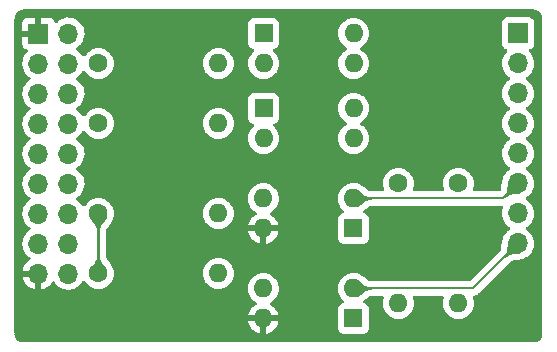
<source format=gbl>
%TF.GenerationSoftware,KiCad,Pcbnew,(6.0.5)*%
%TF.CreationDate,2022-06-14T20:52:44+01:00*%
%TF.ProjectId,PiKVM,50694b56-4d2e-46b6-9963-61645f706362,rev?*%
%TF.SameCoordinates,Original*%
%TF.FileFunction,Copper,L2,Bot*%
%TF.FilePolarity,Positive*%
%FSLAX46Y46*%
G04 Gerber Fmt 4.6, Leading zero omitted, Abs format (unit mm)*
G04 Created by KiCad (PCBNEW (6.0.5)) date 2022-06-14 20:52:44*
%MOMM*%
%LPD*%
G01*
G04 APERTURE LIST*
%TA.AperFunction,ComponentPad*%
%ADD10R,1.600000X1.600000*%
%TD*%
%TA.AperFunction,ComponentPad*%
%ADD11O,1.600000X1.600000*%
%TD*%
%TA.AperFunction,ComponentPad*%
%ADD12R,1.700000X1.700000*%
%TD*%
%TA.AperFunction,ComponentPad*%
%ADD13O,1.700000X1.700000*%
%TD*%
%TA.AperFunction,ComponentPad*%
%ADD14C,1.600000*%
%TD*%
%TA.AperFunction,Conductor*%
%ADD15C,0.250000*%
%TD*%
%TA.AperFunction,Conductor*%
%ADD16C,0.200000*%
%TD*%
G04 APERTURE END LIST*
D10*
%TO.P,U3,1*%
%TO.N,Net-(R5-Pad1)*%
X57140000Y-44455000D03*
D11*
%TO.P,U3,2*%
%TO.N,PLED-*%
X57140000Y-41915000D03*
%TO.P,U3,3*%
%TO.N,PLED*%
X49520000Y-41915000D03*
%TO.P,U3,4*%
%TO.N,+3V3*%
X49520000Y-44455000D03*
%TD*%
D12*
%TO.P,J2,1,Pin_1*%
%TO.N,PWR+*%
X71095000Y-27940000D03*
D13*
%TO.P,J2,2,Pin_2*%
%TO.N,GND2*%
X71095000Y-30480000D03*
%TO.P,J2,3,Pin_3*%
%TO.N,RST+*%
X71095000Y-33020000D03*
%TO.P,J2,4,Pin_4*%
%TO.N,GND2*%
X71095000Y-35560000D03*
%TO.P,J2,5,Pin_5*%
%TO.N,PLED+*%
X71095000Y-38100000D03*
%TO.P,J2,6,Pin_6*%
%TO.N,PLED-*%
X71095000Y-40640000D03*
%TO.P,J2,7,Pin_7*%
%TO.N,IDLE_LED+*%
X71095000Y-43180000D03*
%TO.P,J2,8,Pin_8*%
%TO.N,IDLE_LED-*%
X71095000Y-45720000D03*
%TD*%
D14*
%TO.P,R3,1*%
%TO.N,GND1*%
X35560000Y-43180000D03*
D11*
%TO.P,R3,2*%
%TO.N,PLED*%
X45720000Y-43180000D03*
%TD*%
D14*
%TO.P,R1,1*%
%TO.N,GND1*%
X35560000Y-30480000D03*
D11*
%TO.P,R1,2*%
%TO.N,Net-(R1-Pad2)*%
X45720000Y-30480000D03*
%TD*%
D10*
%TO.P,U1,1*%
%TO.N,PWRSW*%
X49540000Y-27940000D03*
D11*
%TO.P,U1,2*%
%TO.N,Net-(R1-Pad2)*%
X49540000Y-30480000D03*
%TO.P,U1,3*%
%TO.N,GND2*%
X57160000Y-30480000D03*
%TO.P,U1,4*%
%TO.N,PWR+*%
X57160000Y-27940000D03*
%TD*%
D10*
%TO.P,U4,1*%
%TO.N,Net-(R6-Pad1)*%
X57140000Y-52075000D03*
D11*
%TO.P,U4,2*%
%TO.N,IDLE_LED-*%
X57140000Y-49535000D03*
%TO.P,U4,3*%
%TO.N,IDLE_LED*%
X49520000Y-49535000D03*
%TO.P,U4,4*%
%TO.N,+3V3*%
X49520000Y-52075000D03*
%TD*%
D14*
%TO.P,R6,1*%
%TO.N,Net-(R6-Pad1)*%
X66040000Y-40640000D03*
D11*
%TO.P,R6,2*%
%TO.N,IDLE_LED+*%
X66040000Y-50800000D03*
%TD*%
D14*
%TO.P,R2,1*%
%TO.N,GND1*%
X35560000Y-35560000D03*
D11*
%TO.P,R2,2*%
%TO.N,Net-(R2-Pad2)*%
X45720000Y-35560000D03*
%TD*%
D14*
%TO.P,R5,1*%
%TO.N,Net-(R5-Pad1)*%
X60960000Y-40640000D03*
D11*
%TO.P,R5,2*%
%TO.N,PLED+*%
X60960000Y-50800000D03*
%TD*%
D10*
%TO.P,U2,1*%
%TO.N,RSTSW*%
X49540000Y-34285000D03*
D11*
%TO.P,U2,2*%
%TO.N,Net-(R2-Pad2)*%
X49540000Y-36825000D03*
%TO.P,U2,3*%
%TO.N,GND2*%
X57160000Y-36825000D03*
%TO.P,U2,4*%
%TO.N,RST+*%
X57160000Y-34285000D03*
%TD*%
D14*
%TO.P,R4,1*%
%TO.N,GND1*%
X35560000Y-48260000D03*
D11*
%TO.P,R4,2*%
%TO.N,IDLE_LED*%
X45720000Y-48260000D03*
%TD*%
D12*
%TO.P,J1,1,3V3*%
%TO.N,+3V3*%
X30480000Y-27950000D03*
D13*
%TO.P,J1,2,5V*%
%TO.N,unconnected-(J1-Pad2)*%
X33020000Y-27950000D03*
%TO.P,J1,3,SDA/GPIO2*%
%TO.N,unconnected-(J1-Pad3)*%
X30480000Y-30490000D03*
%TO.P,J1,4,5V*%
%TO.N,unconnected-(J1-Pad4)*%
X33020000Y-30490000D03*
%TO.P,J1,5,SCL/GPIO3*%
%TO.N,unconnected-(J1-Pad5)*%
X30480000Y-33030000D03*
%TO.P,J1,6,GND*%
%TO.N,GND1*%
X33020000Y-33030000D03*
%TO.P,J1,7,GCLK0/GPIO4*%
%TO.N,unconnected-(J1-Pad7)*%
X30480000Y-35570000D03*
%TO.P,J1,8,GPIO14/TXD*%
%TO.N,unconnected-(J1-Pad8)*%
X33020000Y-35570000D03*
%TO.P,J1,9,GND*%
%TO.N,GND1*%
X30480000Y-38110000D03*
%TO.P,J1,10,GPIO15/RXD*%
%TO.N,unconnected-(J1-Pad10)*%
X33020000Y-38110000D03*
%TO.P,J1,11,GPIO17*%
%TO.N,unconnected-(J1-Pad11)*%
X30480000Y-40650000D03*
%TO.P,J1,12,GPIO18/PWM0*%
%TO.N,unconnected-(J1-Pad12)*%
X33020000Y-40650000D03*
%TO.P,J1,13,GPIO27*%
%TO.N,RSTSW*%
X30480000Y-43190000D03*
%TO.P,J1,14,GND*%
%TO.N,GND1*%
X33020000Y-43190000D03*
%TO.P,J1,15,GPIO22*%
%TO.N,IDLE_LED*%
X30480000Y-45730000D03*
%TO.P,J1,16,GPIO23*%
%TO.N,PWRSW*%
X33020000Y-45730000D03*
%TO.P,J1,17,3V3*%
%TO.N,+3V3*%
X30480000Y-48270000D03*
%TO.P,J1,18,GPIO24*%
%TO.N,PLED*%
X33020000Y-48270000D03*
%TD*%
D15*
%TO.N,GND1*%
X35560000Y-43180000D02*
X35560000Y-48260000D01*
D16*
%TO.N,PLED-*%
X57140000Y-41915000D02*
X69820000Y-41915000D01*
X69820000Y-41915000D02*
X71095000Y-40640000D01*
%TO.N,IDLE_LED-*%
X67280000Y-49535000D02*
X71095000Y-45720000D01*
X57140000Y-49535000D02*
X67280000Y-49535000D01*
%TD*%
%TA.AperFunction,Conductor*%
%TO.N,PLED-*%
G36*
X71391694Y-40342983D02*
G01*
X71395282Y-40351645D01*
X71374117Y-41434323D01*
X71370529Y-41442527D01*
X71365688Y-41445328D01*
X71198955Y-41493853D01*
X71197831Y-41494121D01*
X71040992Y-41523371D01*
X71040101Y-41523502D01*
X70985102Y-41529430D01*
X70896899Y-41538935D01*
X70896486Y-41538972D01*
X70763143Y-41548244D01*
X70636402Y-41559016D01*
X70636392Y-41559017D01*
X70636183Y-41559035D01*
X70635982Y-41559067D01*
X70635969Y-41559069D01*
X70512485Y-41578988D01*
X70512483Y-41578989D01*
X70512114Y-41579048D01*
X70511757Y-41579154D01*
X70511751Y-41579155D01*
X70392511Y-41614442D01*
X70387233Y-41616004D01*
X70386815Y-41616203D01*
X70386810Y-41616205D01*
X70304539Y-41655383D01*
X70257840Y-41677622D01*
X70120229Y-41771620D01*
X69978950Y-41898323D01*
X69970504Y-41901295D01*
X69962866Y-41897885D01*
X69837115Y-41772134D01*
X69833688Y-41763861D01*
X69836677Y-41756050D01*
X69963379Y-41614770D01*
X70057377Y-41477159D01*
X70118995Y-41347766D01*
X70155951Y-41222885D01*
X70156011Y-41222514D01*
X70175930Y-41099030D01*
X70175932Y-41099017D01*
X70175964Y-41098816D01*
X70186755Y-40971856D01*
X70196027Y-40838513D01*
X70196065Y-40838086D01*
X70211497Y-40694898D01*
X70211628Y-40694007D01*
X70240877Y-40537170D01*
X70241145Y-40536045D01*
X70289672Y-40369311D01*
X70295274Y-40362326D01*
X70300677Y-40360883D01*
X71383355Y-40339718D01*
X71391694Y-40342983D01*
G37*
%TD.AperFunction*%
%TD*%
%TA.AperFunction,Conductor*%
%TO.N,PLED-*%
G36*
X57496249Y-41199132D02*
G01*
X57638620Y-41277171D01*
X57639589Y-41277765D01*
X57763203Y-41362083D01*
X57763913Y-41362608D01*
X57869429Y-41446907D01*
X57869759Y-41447181D01*
X57964684Y-41528892D01*
X57964794Y-41528986D01*
X58033448Y-41586172D01*
X58056580Y-41605440D01*
X58152633Y-41673898D01*
X58260455Y-41731701D01*
X58387593Y-41776232D01*
X58541592Y-41804871D01*
X58541969Y-41804891D01*
X58541975Y-41804892D01*
X58718928Y-41814405D01*
X58727005Y-41818271D01*
X58730000Y-41826088D01*
X58730000Y-42003912D01*
X58726573Y-42012185D01*
X58718928Y-42015595D01*
X58541975Y-42025107D01*
X58541969Y-42025108D01*
X58541592Y-42025128D01*
X58387593Y-42053767D01*
X58260455Y-42098298D01*
X58152633Y-42156101D01*
X58056580Y-42224559D01*
X58056411Y-42224700D01*
X57964794Y-42301013D01*
X57964684Y-42301107D01*
X57869759Y-42382818D01*
X57869429Y-42383092D01*
X57763913Y-42467391D01*
X57763203Y-42467916D01*
X57639589Y-42552234D01*
X57638620Y-42552828D01*
X57496249Y-42630868D01*
X57487347Y-42631839D01*
X57482515Y-42629041D01*
X56884454Y-42053915D01*
X56748769Y-41923433D01*
X56745181Y-41915229D01*
X56748769Y-41906567D01*
X56843988Y-41815000D01*
X57141407Y-41528986D01*
X57482515Y-41200959D01*
X57490854Y-41197694D01*
X57496249Y-41199132D01*
G37*
%TD.AperFunction*%
%TD*%
%TA.AperFunction,Conductor*%
%TO.N,IDLE_LED-*%
G36*
X71391694Y-45422983D02*
G01*
X71395282Y-45431645D01*
X71374117Y-46514323D01*
X71370529Y-46522527D01*
X71365688Y-46525328D01*
X71198955Y-46573853D01*
X71197831Y-46574121D01*
X71040992Y-46603371D01*
X71040101Y-46603502D01*
X70985102Y-46609430D01*
X70896899Y-46618935D01*
X70896486Y-46618972D01*
X70763143Y-46628244D01*
X70636402Y-46639016D01*
X70636392Y-46639017D01*
X70636183Y-46639035D01*
X70635982Y-46639067D01*
X70635969Y-46639069D01*
X70512485Y-46658988D01*
X70512483Y-46658989D01*
X70512114Y-46659048D01*
X70511757Y-46659154D01*
X70511751Y-46659155D01*
X70392511Y-46694442D01*
X70387233Y-46696004D01*
X70386815Y-46696203D01*
X70386810Y-46696205D01*
X70304539Y-46735383D01*
X70257840Y-46757622D01*
X70120229Y-46851620D01*
X69978950Y-46978323D01*
X69970504Y-46981295D01*
X69962866Y-46977885D01*
X69837115Y-46852134D01*
X69833688Y-46843861D01*
X69836677Y-46836050D01*
X69963379Y-46694770D01*
X70057377Y-46557159D01*
X70118995Y-46427766D01*
X70155951Y-46302885D01*
X70156011Y-46302514D01*
X70175930Y-46179030D01*
X70175932Y-46179017D01*
X70175964Y-46178816D01*
X70186755Y-46051856D01*
X70196027Y-45918513D01*
X70196065Y-45918086D01*
X70211497Y-45774898D01*
X70211628Y-45774007D01*
X70240877Y-45617170D01*
X70241145Y-45616045D01*
X70289672Y-45449311D01*
X70295274Y-45442326D01*
X70300677Y-45440883D01*
X71383355Y-45419718D01*
X71391694Y-45422983D01*
G37*
%TD.AperFunction*%
%TD*%
%TA.AperFunction,Conductor*%
%TO.N,IDLE_LED-*%
G36*
X57496249Y-48819132D02*
G01*
X57638620Y-48897171D01*
X57639589Y-48897765D01*
X57763203Y-48982083D01*
X57763913Y-48982608D01*
X57869429Y-49066907D01*
X57869759Y-49067181D01*
X57964684Y-49148892D01*
X57964794Y-49148986D01*
X58033448Y-49206172D01*
X58056580Y-49225440D01*
X58152633Y-49293898D01*
X58260455Y-49351701D01*
X58387593Y-49396232D01*
X58541592Y-49424871D01*
X58541969Y-49424891D01*
X58541975Y-49424892D01*
X58718928Y-49434405D01*
X58727005Y-49438271D01*
X58730000Y-49446088D01*
X58730000Y-49623912D01*
X58726573Y-49632185D01*
X58718928Y-49635595D01*
X58541975Y-49645107D01*
X58541969Y-49645108D01*
X58541592Y-49645128D01*
X58387593Y-49673767D01*
X58260455Y-49718298D01*
X58152633Y-49776101D01*
X58056580Y-49844559D01*
X58056411Y-49844700D01*
X57964794Y-49921013D01*
X57964684Y-49921107D01*
X57869759Y-50002818D01*
X57869429Y-50003092D01*
X57763913Y-50087391D01*
X57763203Y-50087916D01*
X57639589Y-50172234D01*
X57638620Y-50172828D01*
X57496249Y-50250868D01*
X57487347Y-50251839D01*
X57482515Y-50249041D01*
X56884454Y-49673915D01*
X56748769Y-49543433D01*
X56745181Y-49535229D01*
X56748769Y-49526567D01*
X56843988Y-49435000D01*
X57141407Y-49148986D01*
X57482515Y-48820959D01*
X57490854Y-48817694D01*
X57496249Y-48819132D01*
G37*
%TD.AperFunction*%
%TD*%
%TA.AperFunction,Conductor*%
%TO.N,GND1*%
G36*
X35568433Y-42788769D02*
G01*
X36274063Y-43522538D01*
X36277328Y-43530877D01*
X36275909Y-43536236D01*
X36199331Y-43677102D01*
X36198789Y-43678001D01*
X36116792Y-43801072D01*
X36116326Y-43801722D01*
X36034981Y-43907382D01*
X36034759Y-43907663D01*
X35956317Y-44003306D01*
X35883331Y-44096015D01*
X35883210Y-44096196D01*
X35883203Y-44096205D01*
X35855814Y-44137036D01*
X35818278Y-44192991D01*
X35818115Y-44193315D01*
X35763730Y-44301173D01*
X35763727Y-44301180D01*
X35763538Y-44301555D01*
X35721492Y-44429031D01*
X35694519Y-44582738D01*
X35694501Y-44583090D01*
X35694501Y-44583091D01*
X35685565Y-44758894D01*
X35681723Y-44766982D01*
X35673880Y-44770000D01*
X35446120Y-44770000D01*
X35437847Y-44766573D01*
X35434435Y-44758894D01*
X35425498Y-44583091D01*
X35425498Y-44583090D01*
X35425480Y-44582738D01*
X35398507Y-44429031D01*
X35356461Y-44301555D01*
X35356272Y-44301180D01*
X35356269Y-44301173D01*
X35301884Y-44193315D01*
X35301721Y-44192991D01*
X35264185Y-44137036D01*
X35236796Y-44096205D01*
X35236789Y-44096196D01*
X35236668Y-44096015D01*
X35163682Y-44003306D01*
X35085240Y-43907663D01*
X35085018Y-43907382D01*
X35003673Y-43801722D01*
X35003207Y-43801072D01*
X34987363Y-43777291D01*
X34921202Y-43677989D01*
X34920676Y-43677116D01*
X34844091Y-43536236D01*
X34843150Y-43527331D01*
X34845937Y-43522538D01*
X35551567Y-42788769D01*
X35559771Y-42785181D01*
X35568433Y-42788769D01*
G37*
%TD.AperFunction*%
%TD*%
%TA.AperFunction,Conductor*%
%TO.N,GND1*%
G36*
X35682153Y-46673427D02*
G01*
X35685564Y-46681105D01*
X35694519Y-46857261D01*
X35721492Y-47010968D01*
X35763538Y-47138444D01*
X35763727Y-47138819D01*
X35763730Y-47138826D01*
X35797723Y-47206242D01*
X35818278Y-47247008D01*
X35855814Y-47302963D01*
X35883203Y-47343794D01*
X35883210Y-47343803D01*
X35883331Y-47343984D01*
X35956317Y-47436693D01*
X35956349Y-47436732D01*
X36034757Y-47532334D01*
X36034981Y-47532617D01*
X36116326Y-47638277D01*
X36116792Y-47638927D01*
X36198789Y-47761998D01*
X36199331Y-47762897D01*
X36275909Y-47903764D01*
X36276850Y-47912669D01*
X36274063Y-47917462D01*
X35568433Y-48651231D01*
X35560229Y-48654819D01*
X35551567Y-48651231D01*
X34845937Y-47917462D01*
X34842672Y-47909123D01*
X34844091Y-47903764D01*
X34920669Y-47762896D01*
X34921211Y-47761997D01*
X35003207Y-47638927D01*
X35003673Y-47638277D01*
X35085018Y-47532617D01*
X35085242Y-47532334D01*
X35163650Y-47436732D01*
X35163682Y-47436693D01*
X35236668Y-47343984D01*
X35236789Y-47343803D01*
X35236796Y-47343794D01*
X35264185Y-47302963D01*
X35301721Y-47247008D01*
X35322276Y-47206242D01*
X35356269Y-47138826D01*
X35356272Y-47138819D01*
X35356461Y-47138444D01*
X35398507Y-47010968D01*
X35425480Y-46857261D01*
X35434435Y-46681105D01*
X35438278Y-46673017D01*
X35446120Y-46670000D01*
X35673880Y-46670000D01*
X35682153Y-46673427D01*
G37*
%TD.AperFunction*%
%TD*%
%TA.AperFunction,Conductor*%
%TO.N,+3V3*%
G36*
X72360018Y-25910000D02*
G01*
X72374852Y-25912310D01*
X72374855Y-25912310D01*
X72383724Y-25913691D01*
X72393659Y-25912392D01*
X72394746Y-25912250D01*
X72423431Y-25911793D01*
X72496741Y-25919013D01*
X72526212Y-25921916D01*
X72550432Y-25926733D01*
X72669546Y-25962866D01*
X72692355Y-25972315D01*
X72802124Y-26030987D01*
X72822655Y-26044705D01*
X72918876Y-26123671D01*
X72936329Y-26141124D01*
X73015295Y-26237345D01*
X73029013Y-26257876D01*
X73087685Y-26367645D01*
X73097134Y-26390454D01*
X73133267Y-26509568D01*
X73138084Y-26533789D01*
X73147541Y-26629809D01*
X73147091Y-26645868D01*
X73147800Y-26645877D01*
X73147690Y-26654853D01*
X73146309Y-26663724D01*
X73147473Y-26672626D01*
X73147473Y-26672628D01*
X73150436Y-26695283D01*
X73151500Y-26711621D01*
X73151500Y-53290633D01*
X73150000Y-53310018D01*
X73146309Y-53333724D01*
X73147608Y-53343659D01*
X73147750Y-53344746D01*
X73148207Y-53373431D01*
X73140987Y-53446741D01*
X73138084Y-53476212D01*
X73133267Y-53500432D01*
X73097134Y-53619546D01*
X73087685Y-53642355D01*
X73029013Y-53752124D01*
X73015295Y-53772655D01*
X72936329Y-53868876D01*
X72918876Y-53886329D01*
X72822655Y-53965295D01*
X72802124Y-53979013D01*
X72692355Y-54037685D01*
X72669546Y-54047134D01*
X72550432Y-54083267D01*
X72526211Y-54088084D01*
X72430191Y-54097541D01*
X72414132Y-54097091D01*
X72414123Y-54097800D01*
X72405147Y-54097690D01*
X72396276Y-54096309D01*
X72387374Y-54097473D01*
X72387372Y-54097473D01*
X72374856Y-54099110D01*
X72364714Y-54100436D01*
X72348379Y-54101500D01*
X29259367Y-54101500D01*
X29239982Y-54100000D01*
X29225148Y-54097690D01*
X29225145Y-54097690D01*
X29216276Y-54096309D01*
X29206341Y-54097608D01*
X29205254Y-54097750D01*
X29176569Y-54098207D01*
X29103259Y-54090987D01*
X29073788Y-54088084D01*
X29049568Y-54083267D01*
X28930454Y-54047134D01*
X28907645Y-54037685D01*
X28797876Y-53979013D01*
X28777345Y-53965295D01*
X28681124Y-53886329D01*
X28663671Y-53868876D01*
X28584705Y-53772655D01*
X28570987Y-53752124D01*
X28512315Y-53642355D01*
X28502866Y-53619546D01*
X28466733Y-53500432D01*
X28461916Y-53476212D01*
X28452711Y-53382755D01*
X28452607Y-53359151D01*
X28452768Y-53357354D01*
X28453576Y-53352552D01*
X28453729Y-53340000D01*
X28449773Y-53312376D01*
X28448500Y-53294514D01*
X28448500Y-52341522D01*
X48237273Y-52341522D01*
X48284764Y-52518761D01*
X48288510Y-52529053D01*
X48380586Y-52726511D01*
X48386069Y-52736007D01*
X48511028Y-52914467D01*
X48518084Y-52922875D01*
X48672125Y-53076916D01*
X48680533Y-53083972D01*
X48858993Y-53208931D01*
X48868489Y-53214414D01*
X49065947Y-53306490D01*
X49076239Y-53310236D01*
X49248503Y-53356394D01*
X49262599Y-53356058D01*
X49266000Y-53348116D01*
X49266000Y-53342967D01*
X49774000Y-53342967D01*
X49777973Y-53356498D01*
X49786522Y-53357727D01*
X49963761Y-53310236D01*
X49974053Y-53306490D01*
X50171511Y-53214414D01*
X50181007Y-53208931D01*
X50359467Y-53083972D01*
X50367875Y-53076916D01*
X50521916Y-52922875D01*
X50528972Y-52914467D01*
X50653931Y-52736007D01*
X50659414Y-52726511D01*
X50751490Y-52529053D01*
X50755236Y-52518761D01*
X50801394Y-52346497D01*
X50801058Y-52332401D01*
X50793116Y-52329000D01*
X49792115Y-52329000D01*
X49776876Y-52333475D01*
X49775671Y-52334865D01*
X49774000Y-52342548D01*
X49774000Y-53342967D01*
X49266000Y-53342967D01*
X49266000Y-52347115D01*
X49261525Y-52331876D01*
X49260135Y-52330671D01*
X49252452Y-52329000D01*
X48252033Y-52329000D01*
X48238502Y-52332973D01*
X48237273Y-52341522D01*
X28448500Y-52341522D01*
X28448500Y-48537966D01*
X29148257Y-48537966D01*
X29178565Y-48672446D01*
X29181645Y-48682275D01*
X29261770Y-48879603D01*
X29266413Y-48888794D01*
X29377694Y-49070388D01*
X29383777Y-49078699D01*
X29523213Y-49239667D01*
X29530580Y-49246883D01*
X29694434Y-49382916D01*
X29702881Y-49388831D01*
X29886756Y-49496279D01*
X29896042Y-49500729D01*
X30095001Y-49576703D01*
X30104899Y-49579579D01*
X30208250Y-49600606D01*
X30222299Y-49599410D01*
X30226000Y-49589065D01*
X30226000Y-48542115D01*
X30221525Y-48526876D01*
X30220135Y-48525671D01*
X30212452Y-48524000D01*
X29163225Y-48524000D01*
X29149694Y-48527973D01*
X29148257Y-48537966D01*
X28448500Y-48537966D01*
X28448500Y-45696695D01*
X29117251Y-45696695D01*
X29117548Y-45701848D01*
X29117548Y-45701851D01*
X29123011Y-45796590D01*
X29130110Y-45919715D01*
X29131247Y-45924761D01*
X29131248Y-45924767D01*
X29150977Y-46012307D01*
X29179222Y-46137639D01*
X29263266Y-46344616D01*
X29307891Y-46417438D01*
X29377291Y-46530688D01*
X29379987Y-46535088D01*
X29526250Y-46703938D01*
X29698126Y-46846632D01*
X29749256Y-46876510D01*
X29771955Y-46889774D01*
X29820679Y-46941412D01*
X29833750Y-47011195D01*
X29807019Y-47076967D01*
X29766562Y-47110327D01*
X29758457Y-47114546D01*
X29749738Y-47120036D01*
X29579433Y-47247905D01*
X29571726Y-47254748D01*
X29424590Y-47408717D01*
X29418104Y-47416727D01*
X29298098Y-47592649D01*
X29293000Y-47601623D01*
X29203338Y-47794783D01*
X29199775Y-47804470D01*
X29144389Y-48004183D01*
X29145912Y-48012607D01*
X29158292Y-48016000D01*
X30608000Y-48016000D01*
X30676121Y-48036002D01*
X30722614Y-48089658D01*
X30734000Y-48142000D01*
X30734000Y-49588517D01*
X30738064Y-49602359D01*
X30751478Y-49604393D01*
X30758184Y-49603534D01*
X30768262Y-49601392D01*
X30972255Y-49540191D01*
X30981842Y-49536433D01*
X31173095Y-49442739D01*
X31181945Y-49437464D01*
X31355328Y-49313792D01*
X31363200Y-49307139D01*
X31514052Y-49156812D01*
X31520730Y-49148965D01*
X31648022Y-48971819D01*
X31649279Y-48972722D01*
X31696373Y-48929362D01*
X31766311Y-48917145D01*
X31831751Y-48944678D01*
X31859579Y-48976511D01*
X31919987Y-49075088D01*
X32066250Y-49243938D01*
X32238126Y-49386632D01*
X32431000Y-49499338D01*
X32639692Y-49579030D01*
X32644760Y-49580061D01*
X32644763Y-49580062D01*
X32739862Y-49599410D01*
X32858597Y-49623567D01*
X32863772Y-49623757D01*
X32863774Y-49623757D01*
X33076673Y-49631564D01*
X33076677Y-49631564D01*
X33081837Y-49631753D01*
X33086957Y-49631097D01*
X33086959Y-49631097D01*
X33298288Y-49604025D01*
X33298289Y-49604025D01*
X33303416Y-49603368D01*
X33308366Y-49601883D01*
X33512429Y-49540661D01*
X33512434Y-49540659D01*
X33517384Y-49539174D01*
X33717994Y-49440896D01*
X33899860Y-49311173D01*
X33941823Y-49269357D01*
X34054435Y-49157137D01*
X34058096Y-49153489D01*
X34090642Y-49108197D01*
X34185435Y-48976277D01*
X34188453Y-48972077D01*
X34207106Y-48934334D01*
X34255219Y-48882128D01*
X34323920Y-48864221D01*
X34391397Y-48886299D01*
X34423276Y-48917891D01*
X34540818Y-49085757D01*
X34553802Y-49104300D01*
X34715700Y-49266198D01*
X34720208Y-49269355D01*
X34720211Y-49269357D01*
X34779931Y-49311173D01*
X34903251Y-49397523D01*
X34908233Y-49399846D01*
X34908238Y-49399849D01*
X35001148Y-49443173D01*
X35110757Y-49494284D01*
X35116065Y-49495706D01*
X35116067Y-49495707D01*
X35326598Y-49552119D01*
X35326600Y-49552119D01*
X35331913Y-49553543D01*
X35560000Y-49573498D01*
X35788087Y-49553543D01*
X35793400Y-49552119D01*
X35793402Y-49552119D01*
X36003933Y-49495707D01*
X36003935Y-49495706D01*
X36009243Y-49494284D01*
X36118852Y-49443173D01*
X36211762Y-49399849D01*
X36211767Y-49399846D01*
X36216749Y-49397523D01*
X36340069Y-49311173D01*
X36399789Y-49269357D01*
X36399792Y-49269355D01*
X36404300Y-49266198D01*
X36566198Y-49104300D01*
X36582671Y-49080775D01*
X36658962Y-48971819D01*
X36697523Y-48916749D01*
X36699846Y-48911767D01*
X36699849Y-48911762D01*
X36791961Y-48714225D01*
X36791961Y-48714224D01*
X36794284Y-48709243D01*
X36802753Y-48677639D01*
X36852119Y-48493402D01*
X36852119Y-48493400D01*
X36853543Y-48488087D01*
X36873498Y-48260000D01*
X44406502Y-48260000D01*
X44426457Y-48488087D01*
X44427881Y-48493400D01*
X44427881Y-48493402D01*
X44477248Y-48677639D01*
X44485716Y-48709243D01*
X44488039Y-48714224D01*
X44488039Y-48714225D01*
X44580151Y-48911762D01*
X44580154Y-48911767D01*
X44582477Y-48916749D01*
X44621038Y-48971819D01*
X44697330Y-49080775D01*
X44713802Y-49104300D01*
X44875700Y-49266198D01*
X44880208Y-49269355D01*
X44880211Y-49269357D01*
X44939931Y-49311173D01*
X45063251Y-49397523D01*
X45068233Y-49399846D01*
X45068238Y-49399849D01*
X45161148Y-49443173D01*
X45270757Y-49494284D01*
X45276065Y-49495706D01*
X45276067Y-49495707D01*
X45486598Y-49552119D01*
X45486600Y-49552119D01*
X45491913Y-49553543D01*
X45720000Y-49573498D01*
X45948087Y-49553543D01*
X45953400Y-49552119D01*
X45953402Y-49552119D01*
X46017291Y-49535000D01*
X48206502Y-49535000D01*
X48226457Y-49763087D01*
X48285716Y-49984243D01*
X48288039Y-49989224D01*
X48288039Y-49989225D01*
X48380151Y-50186762D01*
X48380154Y-50186767D01*
X48382477Y-50191749D01*
X48513802Y-50379300D01*
X48675700Y-50541198D01*
X48680208Y-50544355D01*
X48680211Y-50544357D01*
X48754601Y-50596445D01*
X48863251Y-50672523D01*
X48868233Y-50674846D01*
X48868238Y-50674849D01*
X48903049Y-50691081D01*
X48956334Y-50737998D01*
X48975795Y-50806275D01*
X48955253Y-50874235D01*
X48903049Y-50919471D01*
X48868489Y-50935586D01*
X48858993Y-50941069D01*
X48680533Y-51066028D01*
X48672125Y-51073084D01*
X48518084Y-51227125D01*
X48511028Y-51235533D01*
X48386069Y-51413993D01*
X48380586Y-51423489D01*
X48288510Y-51620947D01*
X48284764Y-51631239D01*
X48238606Y-51803503D01*
X48238942Y-51817599D01*
X48246884Y-51821000D01*
X50787967Y-51821000D01*
X50801498Y-51817027D01*
X50802727Y-51808478D01*
X50755236Y-51631239D01*
X50751490Y-51620947D01*
X50659414Y-51423489D01*
X50653931Y-51413993D01*
X50528972Y-51235533D01*
X50521916Y-51227125D01*
X50367875Y-51073084D01*
X50359467Y-51066028D01*
X50181007Y-50941069D01*
X50171511Y-50935586D01*
X50136951Y-50919471D01*
X50083666Y-50872554D01*
X50064205Y-50804277D01*
X50084747Y-50736317D01*
X50136951Y-50691081D01*
X50171762Y-50674849D01*
X50171767Y-50674846D01*
X50176749Y-50672523D01*
X50285399Y-50596445D01*
X50359789Y-50544357D01*
X50359792Y-50544355D01*
X50364300Y-50541198D01*
X50526198Y-50379300D01*
X50657523Y-50191749D01*
X50659846Y-50186767D01*
X50659849Y-50186762D01*
X50751961Y-49989225D01*
X50751961Y-49989224D01*
X50754284Y-49984243D01*
X50813543Y-49763087D01*
X50833498Y-49535000D01*
X55826502Y-49535000D01*
X55846457Y-49763087D01*
X55905716Y-49984243D01*
X55908039Y-49989224D01*
X55908039Y-49989225D01*
X56000151Y-50186762D01*
X56000154Y-50186767D01*
X56002477Y-50191749D01*
X56133802Y-50379300D01*
X56295700Y-50541198D01*
X56300211Y-50544357D01*
X56304424Y-50547892D01*
X56303473Y-50549026D01*
X56343471Y-50599071D01*
X56350776Y-50669690D01*
X56318742Y-50733049D01*
X56257538Y-50769030D01*
X56240483Y-50772082D01*
X56229684Y-50773255D01*
X56093295Y-50824385D01*
X55976739Y-50911739D01*
X55889385Y-51028295D01*
X55838255Y-51164684D01*
X55831500Y-51226866D01*
X55831500Y-52923134D01*
X55838255Y-52985316D01*
X55889385Y-53121705D01*
X55976739Y-53238261D01*
X56093295Y-53325615D01*
X56229684Y-53376745D01*
X56291866Y-53383500D01*
X57988134Y-53383500D01*
X58050316Y-53376745D01*
X58186705Y-53325615D01*
X58303261Y-53238261D01*
X58390615Y-53121705D01*
X58441745Y-52985316D01*
X58448500Y-52923134D01*
X58448500Y-51226866D01*
X58441745Y-51164684D01*
X58390615Y-51028295D01*
X58303261Y-50911739D01*
X58186705Y-50824385D01*
X58050316Y-50773255D01*
X58043902Y-50772558D01*
X57982813Y-50737661D01*
X57949992Y-50674706D01*
X57956416Y-50604001D01*
X58002603Y-50546203D01*
X58052074Y-50512459D01*
X58052108Y-50512435D01*
X58052560Y-50512127D01*
X58053050Y-50511779D01*
X58068002Y-50501158D01*
X58068048Y-50501125D01*
X58068505Y-50500800D01*
X58069215Y-50500275D01*
X58069661Y-50499932D01*
X58069689Y-50499911D01*
X58083932Y-50488961D01*
X58083942Y-50488953D01*
X58084430Y-50488578D01*
X58084861Y-50488234D01*
X58084904Y-50488200D01*
X58189662Y-50404506D01*
X58189676Y-50404495D01*
X58189946Y-50404279D01*
X58197457Y-50398162D01*
X58197787Y-50397888D01*
X58198031Y-50397682D01*
X58204515Y-50392200D01*
X58204601Y-50392127D01*
X58204759Y-50391993D01*
X58204935Y-50391842D01*
X58205034Y-50391757D01*
X58295801Y-50313625D01*
X58297359Y-50312306D01*
X58366722Y-50254529D01*
X58374235Y-50248735D01*
X58417522Y-50217884D01*
X58431117Y-50209443D01*
X58459251Y-50194360D01*
X58477132Y-50186492D01*
X58490296Y-50181881D01*
X58511069Y-50174605D01*
X58529679Y-50169647D01*
X58594497Y-50157593D01*
X58610768Y-50155651D01*
X58665747Y-50152696D01*
X58745212Y-50148424D01*
X58745222Y-50148423D01*
X58746492Y-50148355D01*
X58747737Y-50148238D01*
X58747748Y-50148237D01*
X58787511Y-50144494D01*
X58787541Y-50144813D01*
X58801666Y-50143500D01*
X59624581Y-50143500D01*
X59692702Y-50163502D01*
X59739195Y-50217158D01*
X59749299Y-50287432D01*
X59738776Y-50322749D01*
X59725716Y-50350757D01*
X59724294Y-50356065D01*
X59724293Y-50356067D01*
X59667881Y-50566598D01*
X59666457Y-50571913D01*
X59646502Y-50800000D01*
X59666457Y-51028087D01*
X59667881Y-51033400D01*
X59667881Y-51033402D01*
X59720636Y-51230283D01*
X59725716Y-51249243D01*
X59728039Y-51254224D01*
X59728039Y-51254225D01*
X59820151Y-51451762D01*
X59820154Y-51451767D01*
X59822477Y-51456749D01*
X59825634Y-51461257D01*
X59944657Y-51631239D01*
X59953802Y-51644300D01*
X60115700Y-51806198D01*
X60120208Y-51809355D01*
X60120211Y-51809357D01*
X60131165Y-51817027D01*
X60303251Y-51937523D01*
X60308233Y-51939846D01*
X60308238Y-51939849D01*
X60505775Y-52031961D01*
X60510757Y-52034284D01*
X60516065Y-52035706D01*
X60516067Y-52035707D01*
X60726598Y-52092119D01*
X60726600Y-52092119D01*
X60731913Y-52093543D01*
X60960000Y-52113498D01*
X61188087Y-52093543D01*
X61193400Y-52092119D01*
X61193402Y-52092119D01*
X61403933Y-52035707D01*
X61403935Y-52035706D01*
X61409243Y-52034284D01*
X61414225Y-52031961D01*
X61611762Y-51939849D01*
X61611767Y-51939846D01*
X61616749Y-51937523D01*
X61788835Y-51817027D01*
X61799789Y-51809357D01*
X61799792Y-51809355D01*
X61804300Y-51806198D01*
X61966198Y-51644300D01*
X61975344Y-51631239D01*
X62094366Y-51461257D01*
X62097523Y-51456749D01*
X62099846Y-51451767D01*
X62099849Y-51451762D01*
X62191961Y-51254225D01*
X62191961Y-51254224D01*
X62194284Y-51249243D01*
X62199365Y-51230283D01*
X62252119Y-51033402D01*
X62252119Y-51033400D01*
X62253543Y-51028087D01*
X62273498Y-50800000D01*
X62253543Y-50571913D01*
X62252119Y-50566598D01*
X62195707Y-50356067D01*
X62195706Y-50356065D01*
X62194284Y-50350757D01*
X62181224Y-50322749D01*
X62170563Y-50252559D01*
X62199543Y-50187746D01*
X62258962Y-50148889D01*
X62295419Y-50143500D01*
X64704581Y-50143500D01*
X64772702Y-50163502D01*
X64819195Y-50217158D01*
X64829299Y-50287432D01*
X64818776Y-50322749D01*
X64805716Y-50350757D01*
X64804294Y-50356065D01*
X64804293Y-50356067D01*
X64747881Y-50566598D01*
X64746457Y-50571913D01*
X64726502Y-50800000D01*
X64746457Y-51028087D01*
X64747881Y-51033400D01*
X64747881Y-51033402D01*
X64800636Y-51230283D01*
X64805716Y-51249243D01*
X64808039Y-51254224D01*
X64808039Y-51254225D01*
X64900151Y-51451762D01*
X64900154Y-51451767D01*
X64902477Y-51456749D01*
X64905634Y-51461257D01*
X65024657Y-51631239D01*
X65033802Y-51644300D01*
X65195700Y-51806198D01*
X65200208Y-51809355D01*
X65200211Y-51809357D01*
X65211165Y-51817027D01*
X65383251Y-51937523D01*
X65388233Y-51939846D01*
X65388238Y-51939849D01*
X65585775Y-52031961D01*
X65590757Y-52034284D01*
X65596065Y-52035706D01*
X65596067Y-52035707D01*
X65806598Y-52092119D01*
X65806600Y-52092119D01*
X65811913Y-52093543D01*
X66040000Y-52113498D01*
X66268087Y-52093543D01*
X66273400Y-52092119D01*
X66273402Y-52092119D01*
X66483933Y-52035707D01*
X66483935Y-52035706D01*
X66489243Y-52034284D01*
X66494225Y-52031961D01*
X66691762Y-51939849D01*
X66691767Y-51939846D01*
X66696749Y-51937523D01*
X66868835Y-51817027D01*
X66879789Y-51809357D01*
X66879792Y-51809355D01*
X66884300Y-51806198D01*
X67046198Y-51644300D01*
X67055344Y-51631239D01*
X67174366Y-51461257D01*
X67177523Y-51456749D01*
X67179846Y-51451767D01*
X67179849Y-51451762D01*
X67271961Y-51254225D01*
X67271961Y-51254224D01*
X67274284Y-51249243D01*
X67279365Y-51230283D01*
X67332119Y-51033402D01*
X67332119Y-51033400D01*
X67333543Y-51028087D01*
X67353498Y-50800000D01*
X67333543Y-50571913D01*
X67332119Y-50566598D01*
X67275707Y-50356067D01*
X67275706Y-50356065D01*
X67274284Y-50350757D01*
X67271959Y-50345770D01*
X67258490Y-50316885D01*
X67247829Y-50246693D01*
X67276810Y-50181881D01*
X67336230Y-50143025D01*
X67356239Y-50138714D01*
X67426226Y-50129500D01*
X67430664Y-50128916D01*
X67430666Y-50128916D01*
X67438851Y-50127838D01*
X67586876Y-50066524D01*
X67682072Y-49993477D01*
X67682075Y-49993474D01*
X67713987Y-49968987D01*
X67719017Y-49962432D01*
X67733452Y-49943621D01*
X67744319Y-49931230D01*
X70292406Y-47383143D01*
X70311580Y-47367420D01*
X70321793Y-47360607D01*
X70431657Y-47262078D01*
X70444712Y-47251838D01*
X70506516Y-47209622D01*
X70523408Y-47199908D01*
X70527740Y-47197845D01*
X70562675Y-47181208D01*
X70581090Y-47174149D01*
X70618598Y-47163050D01*
X70634285Y-47159479D01*
X70694229Y-47149810D01*
X70703622Y-47148655D01*
X70801739Y-47140315D01*
X70803670Y-47140166D01*
X70837695Y-47137800D01*
X70932106Y-47131235D01*
X70932265Y-47131222D01*
X70932311Y-47131219D01*
X70936232Y-47130907D01*
X70942306Y-47130424D01*
X70942719Y-47130387D01*
X70951917Y-47129479D01*
X71040120Y-47119974D01*
X71040187Y-47120592D01*
X71040196Y-47120589D01*
X71040130Y-47119973D01*
X71094499Y-47114113D01*
X71094509Y-47114112D01*
X71095129Y-47114045D01*
X71114796Y-47111540D01*
X71115687Y-47111409D01*
X71135135Y-47108167D01*
X71291974Y-47078917D01*
X71301159Y-47076967D01*
X71316153Y-47073784D01*
X71316187Y-47073776D01*
X71316928Y-47073619D01*
X71318052Y-47073351D01*
X71342448Y-47066897D01*
X71343127Y-47066699D01*
X71343150Y-47066693D01*
X71505530Y-47019435D01*
X71505537Y-47019433D01*
X71509181Y-47018372D01*
X71535918Y-47006945D01*
X71549229Y-47002121D01*
X71576721Y-46993873D01*
X71592384Y-46989174D01*
X71792994Y-46890896D01*
X71974860Y-46761173D01*
X72133096Y-46603489D01*
X72187365Y-46527966D01*
X72260435Y-46426277D01*
X72263453Y-46422077D01*
X72282593Y-46383351D01*
X72360136Y-46226453D01*
X72360137Y-46226451D01*
X72362430Y-46221811D01*
X72427370Y-46008069D01*
X72456529Y-45786590D01*
X72457102Y-45763131D01*
X72458074Y-45723365D01*
X72458074Y-45723361D01*
X72458156Y-45720000D01*
X72439852Y-45497361D01*
X72385431Y-45280702D01*
X72296354Y-45075840D01*
X72184291Y-44902617D01*
X72177822Y-44892617D01*
X72177820Y-44892614D01*
X72175014Y-44888277D01*
X72024670Y-44723051D01*
X72020619Y-44719852D01*
X72020615Y-44719848D01*
X71853414Y-44587800D01*
X71853410Y-44587798D01*
X71849359Y-44584598D01*
X71808053Y-44561796D01*
X71758084Y-44511364D01*
X71743312Y-44441921D01*
X71768428Y-44375516D01*
X71795780Y-44348909D01*
X71859684Y-44303327D01*
X71974860Y-44221173D01*
X72006788Y-44189357D01*
X72123061Y-44073489D01*
X72133096Y-44063489D01*
X72164498Y-44019789D01*
X72260435Y-43886277D01*
X72263453Y-43882077D01*
X72279037Y-43850546D01*
X72360136Y-43686453D01*
X72360137Y-43686451D01*
X72362430Y-43681811D01*
X72427370Y-43468069D01*
X72456529Y-43246590D01*
X72458022Y-43185475D01*
X72458074Y-43183365D01*
X72458074Y-43183361D01*
X72458156Y-43180000D01*
X72439852Y-42957361D01*
X72385431Y-42740702D01*
X72296354Y-42535840D01*
X72181908Y-42358933D01*
X72177822Y-42352617D01*
X72177820Y-42352614D01*
X72175014Y-42348277D01*
X72024670Y-42183051D01*
X72020619Y-42179852D01*
X72020615Y-42179848D01*
X71853414Y-42047800D01*
X71853410Y-42047798D01*
X71849359Y-42044598D01*
X71808053Y-42021796D01*
X71758084Y-41971364D01*
X71743312Y-41901921D01*
X71768428Y-41835516D01*
X71795780Y-41808909D01*
X71956637Y-41694171D01*
X71974860Y-41681173D01*
X72133096Y-41523489D01*
X72174581Y-41465757D01*
X72260435Y-41346277D01*
X72263453Y-41342077D01*
X72285423Y-41297625D01*
X72360136Y-41146453D01*
X72360137Y-41146451D01*
X72362430Y-41141811D01*
X72424392Y-40937872D01*
X72425865Y-40933023D01*
X72425865Y-40933021D01*
X72427370Y-40928069D01*
X72456529Y-40706590D01*
X72456611Y-40703240D01*
X72458074Y-40643365D01*
X72458074Y-40643361D01*
X72458156Y-40640000D01*
X72439852Y-40417361D01*
X72385431Y-40200702D01*
X72296354Y-39995840D01*
X72184291Y-39822617D01*
X72177822Y-39812617D01*
X72177820Y-39812614D01*
X72175014Y-39808277D01*
X72024670Y-39643051D01*
X72020619Y-39639852D01*
X72020615Y-39639848D01*
X71853414Y-39507800D01*
X71853410Y-39507798D01*
X71849359Y-39504598D01*
X71808053Y-39481796D01*
X71758084Y-39431364D01*
X71743312Y-39361921D01*
X71768428Y-39295516D01*
X71795780Y-39268909D01*
X71859684Y-39223327D01*
X71974860Y-39141173D01*
X72133096Y-38983489D01*
X72192594Y-38900689D01*
X72260435Y-38806277D01*
X72263453Y-38802077D01*
X72285423Y-38757625D01*
X72360136Y-38606453D01*
X72360137Y-38606451D01*
X72362430Y-38601811D01*
X72427370Y-38388069D01*
X72456529Y-38166590D01*
X72456611Y-38163240D01*
X72458074Y-38103365D01*
X72458074Y-38103361D01*
X72458156Y-38100000D01*
X72439852Y-37877361D01*
X72385431Y-37660702D01*
X72296354Y-37455840D01*
X72182097Y-37279225D01*
X72177822Y-37272617D01*
X72177820Y-37272614D01*
X72175014Y-37268277D01*
X72024670Y-37103051D01*
X72020619Y-37099852D01*
X72020615Y-37099848D01*
X71853414Y-36967800D01*
X71853410Y-36967798D01*
X71849359Y-36964598D01*
X71808053Y-36941796D01*
X71758084Y-36891364D01*
X71743312Y-36821921D01*
X71768428Y-36755516D01*
X71795780Y-36728909D01*
X71859684Y-36683327D01*
X71974860Y-36601173D01*
X72006788Y-36569357D01*
X72123061Y-36453489D01*
X72133096Y-36443489D01*
X72164498Y-36399789D01*
X72260435Y-36266277D01*
X72263453Y-36262077D01*
X72277164Y-36234336D01*
X72360136Y-36066453D01*
X72360137Y-36066451D01*
X72362430Y-36061811D01*
X72427370Y-35848069D01*
X72456529Y-35626590D01*
X72456611Y-35623240D01*
X72458074Y-35563365D01*
X72458074Y-35563361D01*
X72458156Y-35560000D01*
X72439852Y-35337361D01*
X72385431Y-35120702D01*
X72296354Y-34915840D01*
X72182097Y-34739225D01*
X72177822Y-34732617D01*
X72177820Y-34732614D01*
X72175014Y-34728277D01*
X72024670Y-34563051D01*
X72020619Y-34559852D01*
X72020615Y-34559848D01*
X71853414Y-34427800D01*
X71853410Y-34427798D01*
X71849359Y-34424598D01*
X71808053Y-34401796D01*
X71758084Y-34351364D01*
X71743312Y-34281921D01*
X71768428Y-34215516D01*
X71795780Y-34188909D01*
X71859684Y-34143327D01*
X71974860Y-34061173D01*
X72133096Y-33903489D01*
X72192594Y-33820689D01*
X72260435Y-33726277D01*
X72263453Y-33722077D01*
X72285423Y-33677625D01*
X72360136Y-33526453D01*
X72360137Y-33526451D01*
X72362430Y-33521811D01*
X72427370Y-33308069D01*
X72456529Y-33086590D01*
X72457805Y-33034385D01*
X72458074Y-33023365D01*
X72458074Y-33023361D01*
X72458156Y-33020000D01*
X72439852Y-32797361D01*
X72385431Y-32580702D01*
X72296354Y-32375840D01*
X72184291Y-32202617D01*
X72177822Y-32192617D01*
X72177820Y-32192614D01*
X72175014Y-32188277D01*
X72024670Y-32023051D01*
X72020619Y-32019852D01*
X72020615Y-32019848D01*
X71853414Y-31887800D01*
X71853410Y-31887798D01*
X71849359Y-31884598D01*
X71808053Y-31861796D01*
X71758084Y-31811364D01*
X71743312Y-31741921D01*
X71768428Y-31675516D01*
X71795780Y-31648909D01*
X71859684Y-31603327D01*
X71974860Y-31521173D01*
X72006788Y-31489357D01*
X72123061Y-31373489D01*
X72133096Y-31363489D01*
X72164498Y-31319789D01*
X72260435Y-31186277D01*
X72263453Y-31182077D01*
X72277164Y-31154336D01*
X72360136Y-30986453D01*
X72360137Y-30986451D01*
X72362430Y-30981811D01*
X72427370Y-30768069D01*
X72456529Y-30546590D01*
X72458156Y-30480000D01*
X72439852Y-30257361D01*
X72385431Y-30040702D01*
X72296354Y-29835840D01*
X72184291Y-29662617D01*
X72177822Y-29652617D01*
X72177820Y-29652614D01*
X72175014Y-29648277D01*
X72164217Y-29636411D01*
X72027798Y-29486488D01*
X71996746Y-29422642D01*
X72005141Y-29352143D01*
X72050317Y-29297375D01*
X72076761Y-29283706D01*
X72183297Y-29243767D01*
X72191705Y-29240615D01*
X72308261Y-29153261D01*
X72395615Y-29036705D01*
X72446745Y-28900316D01*
X72453500Y-28838134D01*
X72453500Y-27041866D01*
X72446745Y-26979684D01*
X72395615Y-26843295D01*
X72308261Y-26726739D01*
X72191705Y-26639385D01*
X72055316Y-26588255D01*
X71993134Y-26581500D01*
X70196866Y-26581500D01*
X70134684Y-26588255D01*
X69998295Y-26639385D01*
X69881739Y-26726739D01*
X69794385Y-26843295D01*
X69743255Y-26979684D01*
X69736500Y-27041866D01*
X69736500Y-28838134D01*
X69743255Y-28900316D01*
X69794385Y-29036705D01*
X69881739Y-29153261D01*
X69998295Y-29240615D01*
X70006704Y-29243767D01*
X70006705Y-29243768D01*
X70115451Y-29284535D01*
X70172216Y-29327176D01*
X70196916Y-29393738D01*
X70181709Y-29463087D01*
X70162316Y-29489568D01*
X70035629Y-29622138D01*
X70032715Y-29626410D01*
X70032714Y-29626411D01*
X70023300Y-29640211D01*
X69909743Y-29806680D01*
X69880122Y-29870494D01*
X69819355Y-30001406D01*
X69815688Y-30009305D01*
X69755989Y-30224570D01*
X69732251Y-30446695D01*
X69732548Y-30451848D01*
X69732548Y-30451851D01*
X69738011Y-30546590D01*
X69745110Y-30669715D01*
X69746247Y-30674761D01*
X69746248Y-30674767D01*
X69754955Y-30713402D01*
X69794222Y-30887639D01*
X69878266Y-31094616D01*
X69994987Y-31285088D01*
X70141250Y-31453938D01*
X70313126Y-31596632D01*
X70383595Y-31637811D01*
X70386445Y-31639476D01*
X70435169Y-31691114D01*
X70448240Y-31760897D01*
X70421509Y-31826669D01*
X70381055Y-31860027D01*
X70368607Y-31866507D01*
X70364474Y-31869610D01*
X70364471Y-31869612D01*
X70194100Y-31997530D01*
X70189965Y-32000635D01*
X70035629Y-32162138D01*
X70032715Y-32166410D01*
X70032714Y-32166411D01*
X70020404Y-32184457D01*
X69909743Y-32346680D01*
X69891566Y-32385840D01*
X69819355Y-32541406D01*
X69815688Y-32549305D01*
X69755989Y-32764570D01*
X69732251Y-32986695D01*
X69732548Y-32991848D01*
X69732548Y-32991851D01*
X69738011Y-33086590D01*
X69745110Y-33209715D01*
X69746247Y-33214761D01*
X69746248Y-33214767D01*
X69761558Y-33282699D01*
X69794222Y-33427639D01*
X69878266Y-33634616D01*
X69994987Y-33825088D01*
X70141250Y-33993938D01*
X70313126Y-34136632D01*
X70330239Y-34146632D01*
X70386445Y-34179476D01*
X70435169Y-34231114D01*
X70448240Y-34300897D01*
X70421509Y-34366669D01*
X70381055Y-34400027D01*
X70368607Y-34406507D01*
X70364474Y-34409610D01*
X70364471Y-34409612D01*
X70194100Y-34537530D01*
X70189965Y-34540635D01*
X70035629Y-34702138D01*
X70032715Y-34706410D01*
X70032714Y-34706411D01*
X70023300Y-34720211D01*
X69909743Y-34886680D01*
X69880122Y-34950494D01*
X69819355Y-35081406D01*
X69815688Y-35089305D01*
X69755989Y-35304570D01*
X69732251Y-35526695D01*
X69732548Y-35531848D01*
X69732548Y-35531851D01*
X69741387Y-35685151D01*
X69745110Y-35749715D01*
X69746247Y-35754761D01*
X69746248Y-35754767D01*
X69761558Y-35822699D01*
X69794222Y-35967639D01*
X69878266Y-36174616D01*
X69994987Y-36365088D01*
X70141250Y-36533938D01*
X70313126Y-36676632D01*
X70383595Y-36717811D01*
X70386445Y-36719476D01*
X70435169Y-36771114D01*
X70448240Y-36840897D01*
X70421509Y-36906669D01*
X70381055Y-36940027D01*
X70368607Y-36946507D01*
X70364474Y-36949610D01*
X70364471Y-36949612D01*
X70194100Y-37077530D01*
X70189965Y-37080635D01*
X70035629Y-37242138D01*
X70032715Y-37246410D01*
X70032714Y-37246411D01*
X70020404Y-37264457D01*
X69909743Y-37426680D01*
X69862715Y-37527993D01*
X69819355Y-37621406D01*
X69815688Y-37629305D01*
X69755989Y-37844570D01*
X69732251Y-38066695D01*
X69732548Y-38071848D01*
X69732548Y-38071851D01*
X69738011Y-38166590D01*
X69745110Y-38289715D01*
X69746247Y-38294761D01*
X69746248Y-38294767D01*
X69748502Y-38304767D01*
X69794222Y-38507639D01*
X69878266Y-38714616D01*
X69994987Y-38905088D01*
X70141250Y-39073938D01*
X70313126Y-39216632D01*
X70330239Y-39226632D01*
X70386445Y-39259476D01*
X70435169Y-39311114D01*
X70448240Y-39380897D01*
X70421509Y-39446669D01*
X70381055Y-39480027D01*
X70368607Y-39486507D01*
X70364474Y-39489610D01*
X70364471Y-39489612D01*
X70194100Y-39617530D01*
X70189965Y-39620635D01*
X70035629Y-39782138D01*
X70032715Y-39786410D01*
X70032714Y-39786411D01*
X70023300Y-39800211D01*
X69909743Y-39966680D01*
X69815688Y-40169305D01*
X69808266Y-40196067D01*
X69807960Y-40197171D01*
X69801283Y-40215560D01*
X69799739Y-40218963D01*
X69796630Y-40225814D01*
X69748103Y-40392548D01*
X69747909Y-40393280D01*
X69747908Y-40393285D01*
X69744863Y-40404798D01*
X69741623Y-40417048D01*
X69741355Y-40418173D01*
X69736080Y-40443029D01*
X69706831Y-40599866D01*
X69706746Y-40600377D01*
X69706740Y-40600410D01*
X69704882Y-40611562D01*
X69703590Y-40619312D01*
X69703459Y-40620203D01*
X69700954Y-40639874D01*
X69685522Y-40783062D01*
X69685513Y-40783155D01*
X69685509Y-40783192D01*
X69684605Y-40792374D01*
X69684586Y-40792568D01*
X69684548Y-40792995D01*
X69683764Y-40802893D01*
X69675417Y-40922939D01*
X69674833Y-40931334D01*
X69674687Y-40933221D01*
X69672324Y-40961038D01*
X69666346Y-41031371D01*
X69665193Y-41040752D01*
X69658227Y-41083933D01*
X69655520Y-41100715D01*
X69651949Y-41116400D01*
X69640851Y-41153904D01*
X69633793Y-41172316D01*
X69615090Y-41211593D01*
X69605375Y-41228488D01*
X69589609Y-41251570D01*
X69534670Y-41296537D01*
X69485565Y-41306500D01*
X67370756Y-41306500D01*
X67302635Y-41286498D01*
X67256142Y-41232842D01*
X67246038Y-41162568D01*
X67256561Y-41127250D01*
X67271961Y-41094225D01*
X67271961Y-41094224D01*
X67274284Y-41089243D01*
X67282753Y-41057639D01*
X67332119Y-40873402D01*
X67332119Y-40873400D01*
X67333543Y-40868087D01*
X67353498Y-40640000D01*
X67333543Y-40411913D01*
X67332119Y-40406598D01*
X67275707Y-40196067D01*
X67275706Y-40196065D01*
X67274284Y-40190757D01*
X67266755Y-40174610D01*
X67179849Y-39988238D01*
X67179846Y-39988233D01*
X67177523Y-39983251D01*
X67059332Y-39814457D01*
X67049357Y-39800211D01*
X67049355Y-39800208D01*
X67046198Y-39795700D01*
X66884300Y-39633802D01*
X66879792Y-39630645D01*
X66879789Y-39630643D01*
X66718632Y-39517800D01*
X66696749Y-39502477D01*
X66691767Y-39500154D01*
X66691762Y-39500151D01*
X66494225Y-39408039D01*
X66494224Y-39408039D01*
X66489243Y-39405716D01*
X66483935Y-39404294D01*
X66483933Y-39404293D01*
X66273402Y-39347881D01*
X66273400Y-39347881D01*
X66268087Y-39346457D01*
X66040000Y-39326502D01*
X65811913Y-39346457D01*
X65806600Y-39347881D01*
X65806598Y-39347881D01*
X65596067Y-39404293D01*
X65596065Y-39404294D01*
X65590757Y-39405716D01*
X65585776Y-39408039D01*
X65585775Y-39408039D01*
X65388238Y-39500151D01*
X65388233Y-39500154D01*
X65383251Y-39502477D01*
X65361368Y-39517800D01*
X65200211Y-39630643D01*
X65200208Y-39630645D01*
X65195700Y-39633802D01*
X65033802Y-39795700D01*
X65030645Y-39800208D01*
X65030643Y-39800211D01*
X65020668Y-39814457D01*
X64902477Y-39983251D01*
X64900154Y-39988233D01*
X64900151Y-39988238D01*
X64813245Y-40174610D01*
X64805716Y-40190757D01*
X64804294Y-40196065D01*
X64804293Y-40196067D01*
X64747881Y-40406598D01*
X64746457Y-40411913D01*
X64726502Y-40640000D01*
X64746457Y-40868087D01*
X64747881Y-40873400D01*
X64747881Y-40873402D01*
X64797248Y-41057639D01*
X64805716Y-41089243D01*
X64808039Y-41094224D01*
X64808039Y-41094225D01*
X64823439Y-41127250D01*
X64834100Y-41197442D01*
X64805120Y-41262254D01*
X64745700Y-41301111D01*
X64709244Y-41306500D01*
X62290756Y-41306500D01*
X62222635Y-41286498D01*
X62176142Y-41232842D01*
X62166038Y-41162568D01*
X62176561Y-41127250D01*
X62191961Y-41094225D01*
X62191961Y-41094224D01*
X62194284Y-41089243D01*
X62202753Y-41057639D01*
X62252119Y-40873402D01*
X62252119Y-40873400D01*
X62253543Y-40868087D01*
X62273498Y-40640000D01*
X62253543Y-40411913D01*
X62252119Y-40406598D01*
X62195707Y-40196067D01*
X62195706Y-40196065D01*
X62194284Y-40190757D01*
X62186755Y-40174610D01*
X62099849Y-39988238D01*
X62099846Y-39988233D01*
X62097523Y-39983251D01*
X61979332Y-39814457D01*
X61969357Y-39800211D01*
X61969355Y-39800208D01*
X61966198Y-39795700D01*
X61804300Y-39633802D01*
X61799792Y-39630645D01*
X61799789Y-39630643D01*
X61638632Y-39517800D01*
X61616749Y-39502477D01*
X61611767Y-39500154D01*
X61611762Y-39500151D01*
X61414225Y-39408039D01*
X61414224Y-39408039D01*
X61409243Y-39405716D01*
X61403935Y-39404294D01*
X61403933Y-39404293D01*
X61193402Y-39347881D01*
X61193400Y-39347881D01*
X61188087Y-39346457D01*
X60960000Y-39326502D01*
X60731913Y-39346457D01*
X60726600Y-39347881D01*
X60726598Y-39347881D01*
X60516067Y-39404293D01*
X60516065Y-39404294D01*
X60510757Y-39405716D01*
X60505776Y-39408039D01*
X60505775Y-39408039D01*
X60308238Y-39500151D01*
X60308233Y-39500154D01*
X60303251Y-39502477D01*
X60281368Y-39517800D01*
X60120211Y-39630643D01*
X60120208Y-39630645D01*
X60115700Y-39633802D01*
X59953802Y-39795700D01*
X59950645Y-39800208D01*
X59950643Y-39800211D01*
X59940668Y-39814457D01*
X59822477Y-39983251D01*
X59820154Y-39988233D01*
X59820151Y-39988238D01*
X59733245Y-40174610D01*
X59725716Y-40190757D01*
X59724294Y-40196065D01*
X59724293Y-40196067D01*
X59667881Y-40406598D01*
X59666457Y-40411913D01*
X59646502Y-40640000D01*
X59666457Y-40868087D01*
X59667881Y-40873400D01*
X59667881Y-40873402D01*
X59717248Y-41057639D01*
X59725716Y-41089243D01*
X59728039Y-41094224D01*
X59728039Y-41094225D01*
X59743439Y-41127250D01*
X59754100Y-41197442D01*
X59725120Y-41262254D01*
X59665700Y-41301111D01*
X59629244Y-41306500D01*
X58783301Y-41306500D01*
X58758701Y-41304075D01*
X58755781Y-41303494D01*
X58750901Y-41302522D01*
X58750896Y-41302521D01*
X58746494Y-41301645D01*
X58610771Y-41294349D01*
X58594502Y-41292407D01*
X58529680Y-41280352D01*
X58511072Y-41275395D01*
X58477132Y-41263507D01*
X58459251Y-41255639D01*
X58431117Y-41240556D01*
X58417522Y-41232115D01*
X58374232Y-41201262D01*
X58366719Y-41195468D01*
X58297363Y-41137697D01*
X58295805Y-41136378D01*
X58268225Y-41112638D01*
X58204757Y-41058005D01*
X58197787Y-41052111D01*
X58197457Y-41051837D01*
X58189946Y-41045720D01*
X58171986Y-41031371D01*
X58084904Y-40961799D01*
X58084861Y-40961765D01*
X58084430Y-40961421D01*
X58083932Y-40961038D01*
X58069689Y-40950088D01*
X58069661Y-40950067D01*
X58069215Y-40949724D01*
X58068505Y-40949199D01*
X58068048Y-40948874D01*
X58068002Y-40948841D01*
X58053050Y-40938220D01*
X58053044Y-40938216D01*
X58052560Y-40937872D01*
X58052108Y-40937564D01*
X58052074Y-40937540D01*
X57929552Y-40853967D01*
X57929533Y-40853954D01*
X57928946Y-40853554D01*
X57907956Y-40839974D01*
X57906987Y-40839380D01*
X57885441Y-40826881D01*
X57806008Y-40783341D01*
X57803569Y-40781969D01*
X57801257Y-40780634D01*
X57796749Y-40777477D01*
X57790822Y-40774713D01*
X57783532Y-40771021D01*
X57743070Y-40748842D01*
X57739554Y-40747434D01*
X57739544Y-40747429D01*
X57691509Y-40728190D01*
X57685108Y-40725418D01*
X57594232Y-40683042D01*
X57594228Y-40683041D01*
X57589243Y-40680716D01*
X57416857Y-40634525D01*
X57373402Y-40622881D01*
X57373400Y-40622881D01*
X57368087Y-40621457D01*
X57140000Y-40601502D01*
X56911913Y-40621457D01*
X56906600Y-40622881D01*
X56906598Y-40622881D01*
X56696067Y-40679293D01*
X56696065Y-40679294D01*
X56690757Y-40680716D01*
X56685776Y-40683039D01*
X56685775Y-40683039D01*
X56488238Y-40775151D01*
X56488233Y-40775154D01*
X56483251Y-40777477D01*
X56413242Y-40826498D01*
X56300211Y-40905643D01*
X56300208Y-40905645D01*
X56295700Y-40908802D01*
X56133802Y-41070700D01*
X56130645Y-41075208D01*
X56130643Y-41075211D01*
X56101802Y-41116400D01*
X56002477Y-41258251D01*
X56000154Y-41263233D01*
X56000151Y-41263238D01*
X55912743Y-41450688D01*
X55905716Y-41465757D01*
X55904294Y-41471065D01*
X55904293Y-41471067D01*
X55864378Y-41620031D01*
X55846457Y-41686913D01*
X55826502Y-41915000D01*
X55846457Y-42143087D01*
X55847881Y-42148400D01*
X55847881Y-42148402D01*
X55899277Y-42340211D01*
X55905716Y-42364243D01*
X55908039Y-42369224D01*
X55908039Y-42369225D01*
X56000151Y-42566762D01*
X56000154Y-42566767D01*
X56002477Y-42571749D01*
X56020269Y-42597158D01*
X56127782Y-42750702D01*
X56133802Y-42759300D01*
X56295700Y-42921198D01*
X56300211Y-42924357D01*
X56304424Y-42927892D01*
X56303473Y-42929026D01*
X56343471Y-42979071D01*
X56350776Y-43049690D01*
X56318742Y-43113049D01*
X56257538Y-43149030D01*
X56240483Y-43152082D01*
X56229684Y-43153255D01*
X56093295Y-43204385D01*
X55976739Y-43291739D01*
X55889385Y-43408295D01*
X55838255Y-43544684D01*
X55831500Y-43606866D01*
X55831500Y-45303134D01*
X55838255Y-45365316D01*
X55889385Y-45501705D01*
X55976739Y-45618261D01*
X56093295Y-45705615D01*
X56229684Y-45756745D01*
X56291866Y-45763500D01*
X57988134Y-45763500D01*
X58050316Y-45756745D01*
X58186705Y-45705615D01*
X58303261Y-45618261D01*
X58390615Y-45501705D01*
X58441745Y-45365316D01*
X58448500Y-45303134D01*
X58448500Y-43606866D01*
X58441745Y-43544684D01*
X58390615Y-43408295D01*
X58303261Y-43291739D01*
X58186705Y-43204385D01*
X58050316Y-43153255D01*
X58043902Y-43152558D01*
X57982813Y-43117661D01*
X57949992Y-43054706D01*
X57956416Y-42984001D01*
X58002603Y-42926203D01*
X58052074Y-42892459D01*
X58052108Y-42892435D01*
X58052560Y-42892127D01*
X58053050Y-42891779D01*
X58068002Y-42881158D01*
X58068048Y-42881125D01*
X58068505Y-42880800D01*
X58069215Y-42880275D01*
X58069661Y-42879932D01*
X58069689Y-42879911D01*
X58083932Y-42868961D01*
X58083942Y-42868953D01*
X58084430Y-42868578D01*
X58084861Y-42868234D01*
X58084904Y-42868200D01*
X58189662Y-42784506D01*
X58189676Y-42784495D01*
X58189946Y-42784279D01*
X58197457Y-42778162D01*
X58197787Y-42777888D01*
X58198031Y-42777682D01*
X58204515Y-42772200D01*
X58204601Y-42772127D01*
X58204759Y-42771993D01*
X58204935Y-42771842D01*
X58205034Y-42771757D01*
X58295801Y-42693625D01*
X58297359Y-42692306D01*
X58366722Y-42634529D01*
X58374235Y-42628735D01*
X58417522Y-42597884D01*
X58431117Y-42589443D01*
X58459251Y-42574360D01*
X58477132Y-42566492D01*
X58502664Y-42557549D01*
X58511069Y-42554605D01*
X58529679Y-42549647D01*
X58594497Y-42537593D01*
X58610768Y-42535651D01*
X58665747Y-42532696D01*
X58745212Y-42528424D01*
X58745222Y-42528423D01*
X58746492Y-42528355D01*
X58747737Y-42528238D01*
X58747748Y-42528237D01*
X58787511Y-42524494D01*
X58787541Y-42524813D01*
X58801666Y-42523500D01*
X69704536Y-42523500D01*
X69772657Y-42543502D01*
X69819150Y-42597158D01*
X69829254Y-42667432D01*
X69818822Y-42702553D01*
X69815688Y-42709305D01*
X69755989Y-42924570D01*
X69732251Y-43146695D01*
X69732548Y-43151848D01*
X69732548Y-43151851D01*
X69740304Y-43286358D01*
X69745110Y-43369715D01*
X69746247Y-43374761D01*
X69746248Y-43374767D01*
X69754955Y-43413402D01*
X69794222Y-43587639D01*
X69830784Y-43677680D01*
X69874274Y-43784784D01*
X69878266Y-43794616D01*
X69929019Y-43877438D01*
X69969275Y-43943129D01*
X69994987Y-43985088D01*
X70141250Y-44153938D01*
X70313126Y-44296632D01*
X70363281Y-44325940D01*
X70386445Y-44339476D01*
X70435169Y-44391114D01*
X70448240Y-44460897D01*
X70421509Y-44526669D01*
X70381055Y-44560027D01*
X70374405Y-44563489D01*
X70368607Y-44566507D01*
X70364474Y-44569610D01*
X70364471Y-44569612D01*
X70194100Y-44697530D01*
X70189965Y-44700635D01*
X70168544Y-44723051D01*
X70069426Y-44826772D01*
X70035629Y-44862138D01*
X70032715Y-44866410D01*
X70032714Y-44866411D01*
X70020404Y-44884457D01*
X69909743Y-45046680D01*
X69815688Y-45249305D01*
X69807960Y-45277171D01*
X69801283Y-45295560D01*
X69799739Y-45298963D01*
X69796630Y-45305814D01*
X69748103Y-45472548D01*
X69747909Y-45473280D01*
X69747908Y-45473285D01*
X69744863Y-45484798D01*
X69741623Y-45497048D01*
X69741355Y-45498173D01*
X69736080Y-45523029D01*
X69735937Y-45523798D01*
X69735930Y-45523831D01*
X69717316Y-45623642D01*
X69706831Y-45679866D01*
X69703590Y-45699312D01*
X69703459Y-45700203D01*
X69700954Y-45719874D01*
X69685522Y-45863062D01*
X69684586Y-45872568D01*
X69684548Y-45872995D01*
X69683764Y-45882893D01*
X69675417Y-46002939D01*
X69674833Y-46011334D01*
X69674687Y-46013221D01*
X69673855Y-46023023D01*
X69666346Y-46111371D01*
X69665193Y-46120752D01*
X69662469Y-46137639D01*
X69655520Y-46180715D01*
X69651949Y-46196400D01*
X69640851Y-46233904D01*
X69633793Y-46252316D01*
X69615090Y-46291593D01*
X69605374Y-46308490D01*
X69563155Y-46370297D01*
X69552920Y-46383344D01*
X69454391Y-46493210D01*
X69428222Y-46524848D01*
X69427965Y-46524635D01*
X69418951Y-46535500D01*
X67064856Y-48889595D01*
X67002544Y-48923621D01*
X66975761Y-48926500D01*
X58783301Y-48926500D01*
X58758701Y-48924075D01*
X58755781Y-48923494D01*
X58750901Y-48922522D01*
X58750896Y-48922521D01*
X58746494Y-48921645D01*
X58610771Y-48914349D01*
X58594502Y-48912407D01*
X58529680Y-48900352D01*
X58511072Y-48895395D01*
X58477132Y-48883507D01*
X58459251Y-48875639D01*
X58431117Y-48860556D01*
X58417522Y-48852115D01*
X58374232Y-48821262D01*
X58366719Y-48815468D01*
X58297363Y-48757697D01*
X58295805Y-48756378D01*
X58268225Y-48732638D01*
X58204757Y-48678005D01*
X58201830Y-48675530D01*
X58197940Y-48672240D01*
X58197906Y-48672211D01*
X58197787Y-48672111D01*
X58197457Y-48671837D01*
X58189946Y-48665720D01*
X58189662Y-48665493D01*
X58084904Y-48581799D01*
X58084861Y-48581765D01*
X58084430Y-48581421D01*
X58083932Y-48581038D01*
X58069689Y-48570088D01*
X58069661Y-48570067D01*
X58069215Y-48569724D01*
X58068505Y-48569199D01*
X58068048Y-48568874D01*
X58068002Y-48568841D01*
X58053050Y-48558220D01*
X58053044Y-48558216D01*
X58052560Y-48557872D01*
X58052108Y-48557564D01*
X58052074Y-48557540D01*
X57929552Y-48473967D01*
X57929533Y-48473954D01*
X57928946Y-48473554D01*
X57907956Y-48459974D01*
X57906987Y-48459380D01*
X57885441Y-48446881D01*
X57806008Y-48403341D01*
X57803569Y-48401969D01*
X57801257Y-48400634D01*
X57796749Y-48397477D01*
X57790822Y-48394713D01*
X57783532Y-48391021D01*
X57743070Y-48368842D01*
X57739554Y-48367434D01*
X57739544Y-48367429D01*
X57691509Y-48348190D01*
X57685108Y-48345418D01*
X57594232Y-48303042D01*
X57594228Y-48303041D01*
X57589243Y-48300716D01*
X57416857Y-48254525D01*
X57373402Y-48242881D01*
X57373400Y-48242881D01*
X57368087Y-48241457D01*
X57140000Y-48221502D01*
X56911913Y-48241457D01*
X56906600Y-48242881D01*
X56906598Y-48242881D01*
X56696067Y-48299293D01*
X56696065Y-48299294D01*
X56690757Y-48300716D01*
X56685776Y-48303039D01*
X56685775Y-48303039D01*
X56488238Y-48395151D01*
X56488233Y-48395154D01*
X56483251Y-48397477D01*
X56413242Y-48446498D01*
X56300211Y-48525643D01*
X56300208Y-48525645D01*
X56295700Y-48528802D01*
X56133802Y-48690700D01*
X56130645Y-48695208D01*
X56130643Y-48695211D01*
X56087814Y-48756378D01*
X56002477Y-48878251D01*
X56000154Y-48883233D01*
X56000151Y-48883238D01*
X55912743Y-49070688D01*
X55905716Y-49085757D01*
X55904294Y-49091065D01*
X55904293Y-49091067D01*
X55856520Y-49269357D01*
X55846457Y-49306913D01*
X55826502Y-49535000D01*
X50833498Y-49535000D01*
X50813543Y-49306913D01*
X50803480Y-49269357D01*
X50755707Y-49091067D01*
X50755706Y-49091065D01*
X50754284Y-49085757D01*
X50747257Y-49070688D01*
X50659849Y-48883238D01*
X50659846Y-48883233D01*
X50657523Y-48878251D01*
X50572186Y-48756378D01*
X50529357Y-48695211D01*
X50529355Y-48695208D01*
X50526198Y-48690700D01*
X50364300Y-48528802D01*
X50359792Y-48525645D01*
X50359789Y-48525643D01*
X50246758Y-48446498D01*
X50176749Y-48397477D01*
X50171767Y-48395154D01*
X50171762Y-48395151D01*
X49974225Y-48303039D01*
X49974224Y-48303039D01*
X49969243Y-48300716D01*
X49963935Y-48299294D01*
X49963933Y-48299293D01*
X49753402Y-48242881D01*
X49753400Y-48242881D01*
X49748087Y-48241457D01*
X49520000Y-48221502D01*
X49291913Y-48241457D01*
X49286600Y-48242881D01*
X49286598Y-48242881D01*
X49076067Y-48299293D01*
X49076065Y-48299294D01*
X49070757Y-48300716D01*
X49065776Y-48303039D01*
X49065775Y-48303039D01*
X48868238Y-48395151D01*
X48868233Y-48395154D01*
X48863251Y-48397477D01*
X48793242Y-48446498D01*
X48680211Y-48525643D01*
X48680208Y-48525645D01*
X48675700Y-48528802D01*
X48513802Y-48690700D01*
X48510645Y-48695208D01*
X48510643Y-48695211D01*
X48467814Y-48756378D01*
X48382477Y-48878251D01*
X48380154Y-48883233D01*
X48380151Y-48883238D01*
X48292743Y-49070688D01*
X48285716Y-49085757D01*
X48284294Y-49091065D01*
X48284293Y-49091067D01*
X48236520Y-49269357D01*
X48226457Y-49306913D01*
X48206502Y-49535000D01*
X46017291Y-49535000D01*
X46163933Y-49495707D01*
X46163935Y-49495706D01*
X46169243Y-49494284D01*
X46278852Y-49443173D01*
X46371762Y-49399849D01*
X46371767Y-49399846D01*
X46376749Y-49397523D01*
X46500069Y-49311173D01*
X46559789Y-49269357D01*
X46559792Y-49269355D01*
X46564300Y-49266198D01*
X46726198Y-49104300D01*
X46742671Y-49080775D01*
X46818962Y-48971819D01*
X46857523Y-48916749D01*
X46859846Y-48911767D01*
X46859849Y-48911762D01*
X46951961Y-48714225D01*
X46951961Y-48714224D01*
X46954284Y-48709243D01*
X46962753Y-48677639D01*
X47012119Y-48493402D01*
X47012119Y-48493400D01*
X47013543Y-48488087D01*
X47033498Y-48260000D01*
X47013543Y-48031913D01*
X46954284Y-47810757D01*
X46908824Y-47713267D01*
X46859849Y-47608238D01*
X46859846Y-47608233D01*
X46857523Y-47603251D01*
X46726198Y-47415700D01*
X46564300Y-47253802D01*
X46559792Y-47250645D01*
X46559789Y-47250643D01*
X46415784Y-47149810D01*
X46376749Y-47122477D01*
X46371767Y-47120154D01*
X46371762Y-47120151D01*
X46174225Y-47028039D01*
X46174224Y-47028039D01*
X46169243Y-47025716D01*
X46163935Y-47024294D01*
X46163933Y-47024293D01*
X45953402Y-46967881D01*
X45953400Y-46967881D01*
X45948087Y-46966457D01*
X45720000Y-46946502D01*
X45491913Y-46966457D01*
X45486600Y-46967881D01*
X45486598Y-46967881D01*
X45276067Y-47024293D01*
X45276065Y-47024294D01*
X45270757Y-47025716D01*
X45265776Y-47028039D01*
X45265775Y-47028039D01*
X45068238Y-47120151D01*
X45068233Y-47120154D01*
X45063251Y-47122477D01*
X45024216Y-47149810D01*
X44880211Y-47250643D01*
X44880208Y-47250645D01*
X44875700Y-47253802D01*
X44713802Y-47415700D01*
X44582477Y-47603251D01*
X44580154Y-47608233D01*
X44580151Y-47608238D01*
X44531176Y-47713267D01*
X44485716Y-47810757D01*
X44426457Y-48031913D01*
X44406502Y-48260000D01*
X36873498Y-48260000D01*
X36853543Y-48031913D01*
X36794284Y-47810757D01*
X36791959Y-47805770D01*
X36743847Y-47702592D01*
X36739905Y-47693156D01*
X36728624Y-47662738D01*
X36728620Y-47662729D01*
X36727056Y-47658512D01*
X36702438Y-47613226D01*
X36700423Y-47609231D01*
X36699844Y-47608229D01*
X36697523Y-47603251D01*
X36696480Y-47601761D01*
X36695961Y-47599622D01*
X36695252Y-47600007D01*
X36650823Y-47518280D01*
X36650478Y-47517645D01*
X36639092Y-47497769D01*
X36638550Y-47496870D01*
X36626127Y-47477280D01*
X36625763Y-47476734D01*
X36625734Y-47476689D01*
X36544415Y-47354637D01*
X36544130Y-47354209D01*
X36543794Y-47353722D01*
X36538672Y-47346313D01*
X36534123Y-47339733D01*
X36533657Y-47339083D01*
X36523212Y-47325026D01*
X36441867Y-47219366D01*
X36437617Y-47213922D01*
X36437393Y-47213639D01*
X36431801Y-47206698D01*
X36410899Y-47181212D01*
X36357418Y-47116002D01*
X36355852Y-47114055D01*
X36301842Y-47045450D01*
X36296217Y-47037717D01*
X36287212Y-47024293D01*
X36266803Y-46993867D01*
X36258936Y-46980408D01*
X36243455Y-46949704D01*
X36236304Y-46932446D01*
X36230998Y-46916360D01*
X36223688Y-46894198D01*
X36219244Y-46876510D01*
X36207092Y-46807260D01*
X36205359Y-46791879D01*
X36200888Y-46703938D01*
X36198402Y-46655035D01*
X36194565Y-46613282D01*
X36194824Y-46613258D01*
X36193500Y-46598862D01*
X36193500Y-44822203D01*
X36195854Y-44797963D01*
X36197536Y-44789382D01*
X36198403Y-44784961D01*
X36201628Y-44721522D01*
X48237273Y-44721522D01*
X48284764Y-44898761D01*
X48288510Y-44909053D01*
X48380586Y-45106511D01*
X48386069Y-45116007D01*
X48511028Y-45294467D01*
X48518084Y-45302875D01*
X48672125Y-45456916D01*
X48680533Y-45463972D01*
X48858993Y-45588931D01*
X48868489Y-45594414D01*
X49065947Y-45686490D01*
X49076239Y-45690236D01*
X49248503Y-45736394D01*
X49262599Y-45736058D01*
X49266000Y-45728116D01*
X49266000Y-45722967D01*
X49774000Y-45722967D01*
X49777973Y-45736498D01*
X49786522Y-45737727D01*
X49963761Y-45690236D01*
X49974053Y-45686490D01*
X50171511Y-45594414D01*
X50181007Y-45588931D01*
X50359467Y-45463972D01*
X50367875Y-45456916D01*
X50521916Y-45302875D01*
X50528972Y-45294467D01*
X50653931Y-45116007D01*
X50659414Y-45106511D01*
X50751490Y-44909053D01*
X50755236Y-44898761D01*
X50801394Y-44726497D01*
X50801058Y-44712401D01*
X50793116Y-44709000D01*
X49792115Y-44709000D01*
X49776876Y-44713475D01*
X49775671Y-44714865D01*
X49774000Y-44722548D01*
X49774000Y-45722967D01*
X49266000Y-45722967D01*
X49266000Y-44727115D01*
X49261525Y-44711876D01*
X49260135Y-44710671D01*
X49252452Y-44709000D01*
X48252033Y-44709000D01*
X48238502Y-44712973D01*
X48237273Y-44721522D01*
X36201628Y-44721522D01*
X36205360Y-44648105D01*
X36207092Y-44632739D01*
X36219244Y-44563486D01*
X36223689Y-44545799D01*
X36236303Y-44507556D01*
X36243454Y-44490297D01*
X36258935Y-44459593D01*
X36266806Y-44446126D01*
X36282252Y-44423101D01*
X36282329Y-44422987D01*
X36296224Y-44402274D01*
X36301860Y-44394525D01*
X36355854Y-44325940D01*
X36357432Y-44323977D01*
X36431588Y-44233560D01*
X36431596Y-44233551D01*
X36431802Y-44233299D01*
X36437686Y-44225990D01*
X36437908Y-44225709D01*
X36441867Y-44220633D01*
X36459601Y-44197599D01*
X36522881Y-44115403D01*
X36522884Y-44115400D01*
X36523212Y-44114973D01*
X36533657Y-44100916D01*
X36534123Y-44100266D01*
X36544130Y-44085790D01*
X36558988Y-44063489D01*
X36625734Y-43963310D01*
X36625763Y-43963265D01*
X36626127Y-43962719D01*
X36638550Y-43943129D01*
X36639092Y-43942230D01*
X36650477Y-43922356D01*
X36695251Y-43839994D01*
X36695792Y-43840288D01*
X36696360Y-43838410D01*
X36697523Y-43836749D01*
X36699851Y-43831757D01*
X36700435Y-43830745D01*
X36702437Y-43826775D01*
X36715096Y-43803489D01*
X36727055Y-43781490D01*
X36747472Y-43730133D01*
X36750362Y-43723434D01*
X36791961Y-43634225D01*
X36791961Y-43634224D01*
X36794284Y-43629243D01*
X36799365Y-43610283D01*
X36852119Y-43413402D01*
X36852119Y-43413400D01*
X36853543Y-43408087D01*
X36873498Y-43180000D01*
X44406502Y-43180000D01*
X44426457Y-43408087D01*
X44427881Y-43413400D01*
X44427881Y-43413402D01*
X44480636Y-43610283D01*
X44485716Y-43629243D01*
X44488039Y-43634224D01*
X44488039Y-43634225D01*
X44580151Y-43831762D01*
X44580154Y-43831767D01*
X44582477Y-43836749D01*
X44610968Y-43877438D01*
X44704657Y-44011239D01*
X44713802Y-44024300D01*
X44875700Y-44186198D01*
X44880208Y-44189355D01*
X44880211Y-44189357D01*
X44939931Y-44231173D01*
X45063251Y-44317523D01*
X45068233Y-44319846D01*
X45068238Y-44319849D01*
X45260150Y-44409338D01*
X45270757Y-44414284D01*
X45276065Y-44415706D01*
X45276067Y-44415707D01*
X45486598Y-44472119D01*
X45486600Y-44472119D01*
X45491913Y-44473543D01*
X45720000Y-44493498D01*
X45948087Y-44473543D01*
X45953400Y-44472119D01*
X45953402Y-44472119D01*
X46163933Y-44415707D01*
X46163935Y-44415706D01*
X46169243Y-44414284D01*
X46179850Y-44409338D01*
X46371762Y-44319849D01*
X46371767Y-44319846D01*
X46376749Y-44317523D01*
X46500069Y-44231173D01*
X46559789Y-44189357D01*
X46559792Y-44189355D01*
X46564300Y-44186198D01*
X46726198Y-44024300D01*
X46735344Y-44011239D01*
X46829032Y-43877438D01*
X46857523Y-43836749D01*
X46859846Y-43831767D01*
X46859849Y-43831762D01*
X46951961Y-43634225D01*
X46951961Y-43634224D01*
X46954284Y-43629243D01*
X46959365Y-43610283D01*
X47012119Y-43413402D01*
X47012119Y-43413400D01*
X47013543Y-43408087D01*
X47033498Y-43180000D01*
X47013543Y-42951913D01*
X47012119Y-42946598D01*
X46955707Y-42736067D01*
X46955706Y-42736065D01*
X46954284Y-42730757D01*
X46944281Y-42709305D01*
X46859849Y-42528238D01*
X46859846Y-42528233D01*
X46857523Y-42523251D01*
X46739332Y-42354457D01*
X46729357Y-42340211D01*
X46729355Y-42340208D01*
X46726198Y-42335700D01*
X46564300Y-42173802D01*
X46559792Y-42170645D01*
X46559789Y-42170643D01*
X46398632Y-42057800D01*
X46376749Y-42042477D01*
X46371767Y-42040154D01*
X46371762Y-42040151D01*
X46174225Y-41948039D01*
X46174224Y-41948039D01*
X46169243Y-41945716D01*
X46163935Y-41944294D01*
X46163933Y-41944293D01*
X46054611Y-41915000D01*
X48206502Y-41915000D01*
X48226457Y-42143087D01*
X48227881Y-42148400D01*
X48227881Y-42148402D01*
X48279277Y-42340211D01*
X48285716Y-42364243D01*
X48288039Y-42369224D01*
X48288039Y-42369225D01*
X48380151Y-42566762D01*
X48380154Y-42566767D01*
X48382477Y-42571749D01*
X48400269Y-42597158D01*
X48507782Y-42750702D01*
X48513802Y-42759300D01*
X48675700Y-42921198D01*
X48680208Y-42924355D01*
X48680211Y-42924357D01*
X48754601Y-42976445D01*
X48863251Y-43052523D01*
X48868233Y-43054846D01*
X48868238Y-43054849D01*
X48903049Y-43071081D01*
X48956334Y-43117998D01*
X48975795Y-43186275D01*
X48955253Y-43254235D01*
X48903049Y-43299471D01*
X48868489Y-43315586D01*
X48858993Y-43321069D01*
X48680533Y-43446028D01*
X48672125Y-43453084D01*
X48518084Y-43607125D01*
X48511028Y-43615533D01*
X48386069Y-43793993D01*
X48380586Y-43803489D01*
X48288510Y-44000947D01*
X48284764Y-44011239D01*
X48238606Y-44183503D01*
X48238942Y-44197599D01*
X48246884Y-44201000D01*
X50787967Y-44201000D01*
X50801498Y-44197027D01*
X50802727Y-44188478D01*
X50755236Y-44011239D01*
X50751490Y-44000947D01*
X50659414Y-43803489D01*
X50653931Y-43793993D01*
X50528972Y-43615533D01*
X50521916Y-43607125D01*
X50367875Y-43453084D01*
X50359467Y-43446028D01*
X50181007Y-43321069D01*
X50171511Y-43315586D01*
X50136951Y-43299471D01*
X50083666Y-43252554D01*
X50064205Y-43184277D01*
X50084747Y-43116317D01*
X50136951Y-43071081D01*
X50171762Y-43054849D01*
X50171767Y-43054846D01*
X50176749Y-43052523D01*
X50285399Y-42976445D01*
X50359789Y-42924357D01*
X50359792Y-42924355D01*
X50364300Y-42921198D01*
X50526198Y-42759300D01*
X50532219Y-42750702D01*
X50639731Y-42597158D01*
X50657523Y-42571749D01*
X50659846Y-42566767D01*
X50659849Y-42566762D01*
X50751961Y-42369225D01*
X50751961Y-42369224D01*
X50754284Y-42364243D01*
X50760724Y-42340211D01*
X50812119Y-42148402D01*
X50812119Y-42148400D01*
X50813543Y-42143087D01*
X50833498Y-41915000D01*
X50813543Y-41686913D01*
X50795622Y-41620031D01*
X50755707Y-41471067D01*
X50755706Y-41471065D01*
X50754284Y-41465757D01*
X50747257Y-41450688D01*
X50659849Y-41263238D01*
X50659846Y-41263233D01*
X50657523Y-41258251D01*
X50558198Y-41116400D01*
X50529357Y-41075211D01*
X50529355Y-41075208D01*
X50526198Y-41070700D01*
X50364300Y-40908802D01*
X50359792Y-40905645D01*
X50359789Y-40905643D01*
X50246758Y-40826498D01*
X50176749Y-40777477D01*
X50171767Y-40775154D01*
X50171762Y-40775151D01*
X49974225Y-40683039D01*
X49974224Y-40683039D01*
X49969243Y-40680716D01*
X49963935Y-40679294D01*
X49963933Y-40679293D01*
X49753402Y-40622881D01*
X49753400Y-40622881D01*
X49748087Y-40621457D01*
X49520000Y-40601502D01*
X49291913Y-40621457D01*
X49286600Y-40622881D01*
X49286598Y-40622881D01*
X49076067Y-40679293D01*
X49076065Y-40679294D01*
X49070757Y-40680716D01*
X49065776Y-40683039D01*
X49065775Y-40683039D01*
X48868238Y-40775151D01*
X48868233Y-40775154D01*
X48863251Y-40777477D01*
X48793242Y-40826498D01*
X48680211Y-40905643D01*
X48680208Y-40905645D01*
X48675700Y-40908802D01*
X48513802Y-41070700D01*
X48510645Y-41075208D01*
X48510643Y-41075211D01*
X48481802Y-41116400D01*
X48382477Y-41258251D01*
X48380154Y-41263233D01*
X48380151Y-41263238D01*
X48292743Y-41450688D01*
X48285716Y-41465757D01*
X48284294Y-41471065D01*
X48284293Y-41471067D01*
X48244378Y-41620031D01*
X48226457Y-41686913D01*
X48206502Y-41915000D01*
X46054611Y-41915000D01*
X45953402Y-41887881D01*
X45953400Y-41887881D01*
X45948087Y-41886457D01*
X45720000Y-41866502D01*
X45491913Y-41886457D01*
X45486600Y-41887881D01*
X45486598Y-41887881D01*
X45276067Y-41944293D01*
X45276065Y-41944294D01*
X45270757Y-41945716D01*
X45265776Y-41948039D01*
X45265775Y-41948039D01*
X45068238Y-42040151D01*
X45068233Y-42040154D01*
X45063251Y-42042477D01*
X45041368Y-42057800D01*
X44880211Y-42170643D01*
X44880208Y-42170645D01*
X44875700Y-42173802D01*
X44713802Y-42335700D01*
X44710645Y-42340208D01*
X44710643Y-42340211D01*
X44700668Y-42354457D01*
X44582477Y-42523251D01*
X44580154Y-42528233D01*
X44580151Y-42528238D01*
X44495719Y-42709305D01*
X44485716Y-42730757D01*
X44484294Y-42736065D01*
X44484293Y-42736067D01*
X44427881Y-42946598D01*
X44426457Y-42951913D01*
X44406502Y-43180000D01*
X36873498Y-43180000D01*
X36853543Y-42951913D01*
X36852119Y-42946598D01*
X36795707Y-42736067D01*
X36795706Y-42736065D01*
X36794284Y-42730757D01*
X36784281Y-42709305D01*
X36699849Y-42528238D01*
X36699846Y-42528233D01*
X36697523Y-42523251D01*
X36579332Y-42354457D01*
X36569357Y-42340211D01*
X36569355Y-42340208D01*
X36566198Y-42335700D01*
X36404300Y-42173802D01*
X36399792Y-42170645D01*
X36399789Y-42170643D01*
X36238632Y-42057800D01*
X36216749Y-42042477D01*
X36211767Y-42040154D01*
X36211762Y-42040151D01*
X36014225Y-41948039D01*
X36014224Y-41948039D01*
X36009243Y-41945716D01*
X36003935Y-41944294D01*
X36003933Y-41944293D01*
X35793402Y-41887881D01*
X35793400Y-41887881D01*
X35788087Y-41886457D01*
X35560000Y-41866502D01*
X35331913Y-41886457D01*
X35326600Y-41887881D01*
X35326598Y-41887881D01*
X35116067Y-41944293D01*
X35116065Y-41944294D01*
X35110757Y-41945716D01*
X35105776Y-41948039D01*
X35105775Y-41948039D01*
X34908238Y-42040151D01*
X34908233Y-42040154D01*
X34903251Y-42042477D01*
X34881368Y-42057800D01*
X34720211Y-42170643D01*
X34720208Y-42170645D01*
X34715700Y-42173802D01*
X34553802Y-42335700D01*
X34550645Y-42340208D01*
X34550643Y-42340211D01*
X34430074Y-42512401D01*
X34422477Y-42523251D01*
X34422321Y-42523141D01*
X34372662Y-42570494D01*
X34302949Y-42583933D01*
X34237037Y-42557549D01*
X34209129Y-42526943D01*
X34102822Y-42362617D01*
X34102820Y-42362614D01*
X34100014Y-42358277D01*
X33949670Y-42193051D01*
X33945619Y-42189852D01*
X33945615Y-42189848D01*
X33778414Y-42057800D01*
X33778410Y-42057798D01*
X33774359Y-42054598D01*
X33733053Y-42031796D01*
X33683084Y-41981364D01*
X33668312Y-41911921D01*
X33693428Y-41845516D01*
X33720780Y-41818909D01*
X33764603Y-41787650D01*
X33899860Y-41691173D01*
X34058096Y-41533489D01*
X34062661Y-41527137D01*
X34185435Y-41356277D01*
X34188453Y-41352077D01*
X34193396Y-41342077D01*
X34285136Y-41156453D01*
X34285137Y-41156451D01*
X34287430Y-41151811D01*
X34345275Y-40961421D01*
X34350865Y-40943023D01*
X34350865Y-40943021D01*
X34352370Y-40938069D01*
X34381529Y-40716590D01*
X34383156Y-40650000D01*
X34364852Y-40427361D01*
X34310431Y-40210702D01*
X34221354Y-40005840D01*
X34100014Y-39818277D01*
X33949670Y-39653051D01*
X33945619Y-39649852D01*
X33945615Y-39649848D01*
X33778414Y-39517800D01*
X33778410Y-39517798D01*
X33774359Y-39514598D01*
X33733053Y-39491796D01*
X33683084Y-39441364D01*
X33668312Y-39371921D01*
X33693428Y-39305516D01*
X33720780Y-39278909D01*
X33764603Y-39247650D01*
X33899860Y-39151173D01*
X34058096Y-38993489D01*
X34062661Y-38987137D01*
X34185435Y-38816277D01*
X34188453Y-38812077D01*
X34193396Y-38802077D01*
X34285136Y-38616453D01*
X34285137Y-38616451D01*
X34287430Y-38611811D01*
X34352370Y-38398069D01*
X34381529Y-38176590D01*
X34382460Y-38138498D01*
X34383074Y-38113365D01*
X34383074Y-38113361D01*
X34383156Y-38110000D01*
X34364852Y-37887361D01*
X34310431Y-37670702D01*
X34221354Y-37465840D01*
X34100014Y-37278277D01*
X33949670Y-37113051D01*
X33945619Y-37109852D01*
X33945615Y-37109848D01*
X33778414Y-36977800D01*
X33778410Y-36977798D01*
X33774359Y-36974598D01*
X33733053Y-36951796D01*
X33683084Y-36901364D01*
X33668312Y-36831921D01*
X33693428Y-36765516D01*
X33720780Y-36738909D01*
X33783227Y-36694366D01*
X33899860Y-36611173D01*
X33941823Y-36569357D01*
X34054435Y-36457137D01*
X34058096Y-36453489D01*
X34062661Y-36447137D01*
X34185435Y-36276277D01*
X34188453Y-36272077D01*
X34207106Y-36234334D01*
X34255219Y-36182128D01*
X34323920Y-36164221D01*
X34391397Y-36186299D01*
X34423276Y-36217891D01*
X34537534Y-36381067D01*
X34553802Y-36404300D01*
X34715700Y-36566198D01*
X34720208Y-36569355D01*
X34720211Y-36569357D01*
X34779931Y-36611173D01*
X34903251Y-36697523D01*
X34908233Y-36699846D01*
X34908238Y-36699849D01*
X35100150Y-36789338D01*
X35110757Y-36794284D01*
X35116065Y-36795706D01*
X35116067Y-36795707D01*
X35326598Y-36852119D01*
X35326600Y-36852119D01*
X35331913Y-36853543D01*
X35560000Y-36873498D01*
X35788087Y-36853543D01*
X35793400Y-36852119D01*
X35793402Y-36852119D01*
X36003933Y-36795707D01*
X36003935Y-36795706D01*
X36009243Y-36794284D01*
X36019850Y-36789338D01*
X36211762Y-36699849D01*
X36211767Y-36699846D01*
X36216749Y-36697523D01*
X36340069Y-36611173D01*
X36399789Y-36569357D01*
X36399792Y-36569355D01*
X36404300Y-36566198D01*
X36566198Y-36404300D01*
X36583921Y-36378990D01*
X36658782Y-36272077D01*
X36697523Y-36216749D01*
X36699846Y-36211767D01*
X36699849Y-36211762D01*
X36791961Y-36014225D01*
X36791961Y-36014224D01*
X36794284Y-36009243D01*
X36800724Y-35985211D01*
X36852119Y-35793402D01*
X36852119Y-35793400D01*
X36853543Y-35788087D01*
X36873498Y-35560000D01*
X44406502Y-35560000D01*
X44426457Y-35788087D01*
X44427881Y-35793400D01*
X44427881Y-35793402D01*
X44479277Y-35985211D01*
X44485716Y-36009243D01*
X44488039Y-36014224D01*
X44488039Y-36014225D01*
X44580151Y-36211762D01*
X44580154Y-36211767D01*
X44582477Y-36216749D01*
X44621218Y-36272077D01*
X44696080Y-36378990D01*
X44713802Y-36404300D01*
X44875700Y-36566198D01*
X44880208Y-36569355D01*
X44880211Y-36569357D01*
X44939931Y-36611173D01*
X45063251Y-36697523D01*
X45068233Y-36699846D01*
X45068238Y-36699849D01*
X45260150Y-36789338D01*
X45270757Y-36794284D01*
X45276065Y-36795706D01*
X45276067Y-36795707D01*
X45486598Y-36852119D01*
X45486600Y-36852119D01*
X45491913Y-36853543D01*
X45720000Y-36873498D01*
X45948087Y-36853543D01*
X45953400Y-36852119D01*
X45953402Y-36852119D01*
X46054611Y-36825000D01*
X48226502Y-36825000D01*
X48246457Y-37053087D01*
X48247881Y-37058400D01*
X48247881Y-37058402D01*
X48298792Y-37248401D01*
X48305716Y-37274243D01*
X48308039Y-37279224D01*
X48308039Y-37279225D01*
X48400151Y-37476762D01*
X48400154Y-37476767D01*
X48402477Y-37481749D01*
X48405634Y-37486257D01*
X48527782Y-37660702D01*
X48533802Y-37669300D01*
X48695700Y-37831198D01*
X48700208Y-37834355D01*
X48700211Y-37834357D01*
X48761627Y-37877361D01*
X48883251Y-37962523D01*
X48888233Y-37964846D01*
X48888238Y-37964849D01*
X49085775Y-38056961D01*
X49090757Y-38059284D01*
X49096065Y-38060706D01*
X49096067Y-38060707D01*
X49306598Y-38117119D01*
X49306600Y-38117119D01*
X49311913Y-38118543D01*
X49540000Y-38138498D01*
X49768087Y-38118543D01*
X49773400Y-38117119D01*
X49773402Y-38117119D01*
X49983933Y-38060707D01*
X49983935Y-38060706D01*
X49989243Y-38059284D01*
X49994225Y-38056961D01*
X50191762Y-37964849D01*
X50191767Y-37964846D01*
X50196749Y-37962523D01*
X50318373Y-37877361D01*
X50379789Y-37834357D01*
X50379792Y-37834355D01*
X50384300Y-37831198D01*
X50546198Y-37669300D01*
X50552219Y-37660702D01*
X50674366Y-37486257D01*
X50677523Y-37481749D01*
X50679846Y-37476767D01*
X50679849Y-37476762D01*
X50771961Y-37279225D01*
X50771961Y-37279224D01*
X50774284Y-37274243D01*
X50781209Y-37248401D01*
X50832119Y-37058402D01*
X50832119Y-37058400D01*
X50833543Y-37053087D01*
X50853498Y-36825000D01*
X55846502Y-36825000D01*
X55866457Y-37053087D01*
X55867881Y-37058400D01*
X55867881Y-37058402D01*
X55918792Y-37248401D01*
X55925716Y-37274243D01*
X55928039Y-37279224D01*
X55928039Y-37279225D01*
X56020151Y-37476762D01*
X56020154Y-37476767D01*
X56022477Y-37481749D01*
X56025634Y-37486257D01*
X56147782Y-37660702D01*
X56153802Y-37669300D01*
X56315700Y-37831198D01*
X56320208Y-37834355D01*
X56320211Y-37834357D01*
X56381627Y-37877361D01*
X56503251Y-37962523D01*
X56508233Y-37964846D01*
X56508238Y-37964849D01*
X56705775Y-38056961D01*
X56710757Y-38059284D01*
X56716065Y-38060706D01*
X56716067Y-38060707D01*
X56926598Y-38117119D01*
X56926600Y-38117119D01*
X56931913Y-38118543D01*
X57160000Y-38138498D01*
X57388087Y-38118543D01*
X57393400Y-38117119D01*
X57393402Y-38117119D01*
X57603933Y-38060707D01*
X57603935Y-38060706D01*
X57609243Y-38059284D01*
X57614225Y-38056961D01*
X57811762Y-37964849D01*
X57811767Y-37964846D01*
X57816749Y-37962523D01*
X57938373Y-37877361D01*
X57999789Y-37834357D01*
X57999792Y-37834355D01*
X58004300Y-37831198D01*
X58166198Y-37669300D01*
X58172219Y-37660702D01*
X58294366Y-37486257D01*
X58297523Y-37481749D01*
X58299846Y-37476767D01*
X58299849Y-37476762D01*
X58391961Y-37279225D01*
X58391961Y-37279224D01*
X58394284Y-37274243D01*
X58401209Y-37248401D01*
X58452119Y-37058402D01*
X58452119Y-37058400D01*
X58453543Y-37053087D01*
X58473498Y-36825000D01*
X58453543Y-36596913D01*
X58452119Y-36591598D01*
X58395707Y-36381067D01*
X58395706Y-36381065D01*
X58394284Y-36375757D01*
X58387258Y-36360689D01*
X58299849Y-36173238D01*
X58299846Y-36173233D01*
X58297523Y-36168251D01*
X58166198Y-35980700D01*
X58004300Y-35818802D01*
X57999792Y-35815645D01*
X57999789Y-35815643D01*
X57898253Y-35744547D01*
X57816749Y-35687477D01*
X57811767Y-35685154D01*
X57811762Y-35685151D01*
X57777543Y-35669195D01*
X57724258Y-35622278D01*
X57704797Y-35554001D01*
X57725339Y-35486041D01*
X57777543Y-35440805D01*
X57811762Y-35424849D01*
X57811767Y-35424846D01*
X57816749Y-35422523D01*
X57938373Y-35337361D01*
X57999789Y-35294357D01*
X57999792Y-35294355D01*
X58004300Y-35291198D01*
X58166198Y-35129300D01*
X58172219Y-35120702D01*
X58224098Y-35046611D01*
X58297523Y-34941749D01*
X58299846Y-34936767D01*
X58299849Y-34936762D01*
X58391961Y-34739225D01*
X58391961Y-34739224D01*
X58394284Y-34734243D01*
X58401209Y-34708401D01*
X58452119Y-34518402D01*
X58452119Y-34518400D01*
X58453543Y-34513087D01*
X58473498Y-34285000D01*
X58453543Y-34056913D01*
X58439348Y-34003938D01*
X58395707Y-33841067D01*
X58395706Y-33841065D01*
X58394284Y-33835757D01*
X58387258Y-33820689D01*
X58299849Y-33633238D01*
X58299846Y-33633233D01*
X58297523Y-33628251D01*
X58166198Y-33440700D01*
X58004300Y-33278802D01*
X57999792Y-33275645D01*
X57999789Y-33275643D01*
X57898253Y-33204547D01*
X57816749Y-33147477D01*
X57811767Y-33145154D01*
X57811762Y-33145151D01*
X57614225Y-33053039D01*
X57614224Y-33053039D01*
X57609243Y-33050716D01*
X57603935Y-33049294D01*
X57603933Y-33049293D01*
X57393402Y-32992881D01*
X57393400Y-32992881D01*
X57388087Y-32991457D01*
X57160000Y-32971502D01*
X56931913Y-32991457D01*
X56926600Y-32992881D01*
X56926598Y-32992881D01*
X56716067Y-33049293D01*
X56716065Y-33049294D01*
X56710757Y-33050716D01*
X56705776Y-33053039D01*
X56705775Y-33053039D01*
X56508238Y-33145151D01*
X56508233Y-33145154D01*
X56503251Y-33147477D01*
X56421747Y-33204547D01*
X56320211Y-33275643D01*
X56320208Y-33275645D01*
X56315700Y-33278802D01*
X56153802Y-33440700D01*
X56022477Y-33628251D01*
X56020154Y-33633233D01*
X56020151Y-33633238D01*
X55932742Y-33820689D01*
X55925716Y-33835757D01*
X55924294Y-33841065D01*
X55924293Y-33841067D01*
X55880652Y-34003938D01*
X55866457Y-34056913D01*
X55846502Y-34285000D01*
X55866457Y-34513087D01*
X55867881Y-34518400D01*
X55867881Y-34518402D01*
X55918792Y-34708401D01*
X55925716Y-34734243D01*
X55928039Y-34739224D01*
X55928039Y-34739225D01*
X56020151Y-34936762D01*
X56020154Y-34936767D01*
X56022477Y-34941749D01*
X56095902Y-35046611D01*
X56147782Y-35120702D01*
X56153802Y-35129300D01*
X56315700Y-35291198D01*
X56320208Y-35294355D01*
X56320211Y-35294357D01*
X56381627Y-35337361D01*
X56503251Y-35422523D01*
X56508233Y-35424846D01*
X56508238Y-35424849D01*
X56542457Y-35440805D01*
X56595742Y-35487722D01*
X56615203Y-35555999D01*
X56594661Y-35623959D01*
X56542457Y-35669195D01*
X56508238Y-35685151D01*
X56508233Y-35685154D01*
X56503251Y-35687477D01*
X56421747Y-35744547D01*
X56320211Y-35815643D01*
X56320208Y-35815645D01*
X56315700Y-35818802D01*
X56153802Y-35980700D01*
X56022477Y-36168251D01*
X56020154Y-36173233D01*
X56020151Y-36173238D01*
X55932742Y-36360689D01*
X55925716Y-36375757D01*
X55924294Y-36381065D01*
X55924293Y-36381067D01*
X55867881Y-36591598D01*
X55866457Y-36596913D01*
X55846502Y-36825000D01*
X50853498Y-36825000D01*
X50833543Y-36596913D01*
X50832119Y-36591598D01*
X50775707Y-36381067D01*
X50775706Y-36381065D01*
X50774284Y-36375757D01*
X50767258Y-36360689D01*
X50679849Y-36173238D01*
X50679846Y-36173233D01*
X50677523Y-36168251D01*
X50546198Y-35980700D01*
X50384300Y-35818802D01*
X50379789Y-35815643D01*
X50375576Y-35812108D01*
X50376527Y-35810974D01*
X50336529Y-35760929D01*
X50329224Y-35690310D01*
X50361258Y-35626951D01*
X50422462Y-35590970D01*
X50439517Y-35587918D01*
X50450316Y-35586745D01*
X50586705Y-35535615D01*
X50703261Y-35448261D01*
X50790615Y-35331705D01*
X50841745Y-35195316D01*
X50848500Y-35133134D01*
X50848500Y-33436866D01*
X50841745Y-33374684D01*
X50790615Y-33238295D01*
X50703261Y-33121739D01*
X50586705Y-33034385D01*
X50450316Y-32983255D01*
X50388134Y-32976500D01*
X48691866Y-32976500D01*
X48629684Y-32983255D01*
X48493295Y-33034385D01*
X48376739Y-33121739D01*
X48289385Y-33238295D01*
X48238255Y-33374684D01*
X48231500Y-33436866D01*
X48231500Y-35133134D01*
X48238255Y-35195316D01*
X48289385Y-35331705D01*
X48376739Y-35448261D01*
X48493295Y-35535615D01*
X48629684Y-35586745D01*
X48640474Y-35587917D01*
X48642606Y-35588803D01*
X48645222Y-35589425D01*
X48645121Y-35589848D01*
X48706035Y-35615155D01*
X48746463Y-35673517D01*
X48748922Y-35744471D01*
X48712629Y-35805490D01*
X48703969Y-35812489D01*
X48700207Y-35815646D01*
X48695700Y-35818802D01*
X48533802Y-35980700D01*
X48402477Y-36168251D01*
X48400154Y-36173233D01*
X48400151Y-36173238D01*
X48312742Y-36360689D01*
X48305716Y-36375757D01*
X48304294Y-36381065D01*
X48304293Y-36381067D01*
X48247881Y-36591598D01*
X48246457Y-36596913D01*
X48226502Y-36825000D01*
X46054611Y-36825000D01*
X46163933Y-36795707D01*
X46163935Y-36795706D01*
X46169243Y-36794284D01*
X46179850Y-36789338D01*
X46371762Y-36699849D01*
X46371767Y-36699846D01*
X46376749Y-36697523D01*
X46500069Y-36611173D01*
X46559789Y-36569357D01*
X46559792Y-36569355D01*
X46564300Y-36566198D01*
X46726198Y-36404300D01*
X46743921Y-36378990D01*
X46818782Y-36272077D01*
X46857523Y-36216749D01*
X46859846Y-36211767D01*
X46859849Y-36211762D01*
X46951961Y-36014225D01*
X46951961Y-36014224D01*
X46954284Y-36009243D01*
X46960724Y-35985211D01*
X47012119Y-35793402D01*
X47012119Y-35793400D01*
X47013543Y-35788087D01*
X47033498Y-35560000D01*
X47013543Y-35331913D01*
X47011234Y-35323297D01*
X46955707Y-35116067D01*
X46955706Y-35116065D01*
X46954284Y-35110757D01*
X46942092Y-35084610D01*
X46859849Y-34908238D01*
X46859846Y-34908233D01*
X46857523Y-34903251D01*
X46745046Y-34742617D01*
X46729357Y-34720211D01*
X46729355Y-34720208D01*
X46726198Y-34715700D01*
X46564300Y-34553802D01*
X46559792Y-34550645D01*
X46559789Y-34550643D01*
X46398632Y-34437800D01*
X46376749Y-34422477D01*
X46371767Y-34420154D01*
X46371762Y-34420151D01*
X46174225Y-34328039D01*
X46174224Y-34328039D01*
X46169243Y-34325716D01*
X46163935Y-34324294D01*
X46163933Y-34324293D01*
X45953402Y-34267881D01*
X45953400Y-34267881D01*
X45948087Y-34266457D01*
X45720000Y-34246502D01*
X45491913Y-34266457D01*
X45486600Y-34267881D01*
X45486598Y-34267881D01*
X45276067Y-34324293D01*
X45276065Y-34324294D01*
X45270757Y-34325716D01*
X45265776Y-34328039D01*
X45265775Y-34328039D01*
X45068238Y-34420151D01*
X45068233Y-34420154D01*
X45063251Y-34422477D01*
X45041368Y-34437800D01*
X44880211Y-34550643D01*
X44880208Y-34550645D01*
X44875700Y-34553802D01*
X44713802Y-34715700D01*
X44710645Y-34720208D01*
X44710643Y-34720211D01*
X44694954Y-34742617D01*
X44582477Y-34903251D01*
X44580154Y-34908233D01*
X44580151Y-34908238D01*
X44497908Y-35084610D01*
X44485716Y-35110757D01*
X44484294Y-35116065D01*
X44484293Y-35116067D01*
X44428766Y-35323297D01*
X44426457Y-35331913D01*
X44406502Y-35560000D01*
X36873498Y-35560000D01*
X36853543Y-35331913D01*
X36851234Y-35323297D01*
X36795707Y-35116067D01*
X36795706Y-35116065D01*
X36794284Y-35110757D01*
X36782092Y-35084610D01*
X36699849Y-34908238D01*
X36699846Y-34908233D01*
X36697523Y-34903251D01*
X36585046Y-34742617D01*
X36569357Y-34720211D01*
X36569355Y-34720208D01*
X36566198Y-34715700D01*
X36404300Y-34553802D01*
X36399792Y-34550645D01*
X36399789Y-34550643D01*
X36238632Y-34437800D01*
X36216749Y-34422477D01*
X36211767Y-34420154D01*
X36211762Y-34420151D01*
X36014225Y-34328039D01*
X36014224Y-34328039D01*
X36009243Y-34325716D01*
X36003935Y-34324294D01*
X36003933Y-34324293D01*
X35793402Y-34267881D01*
X35793400Y-34267881D01*
X35788087Y-34266457D01*
X35560000Y-34246502D01*
X35331913Y-34266457D01*
X35326600Y-34267881D01*
X35326598Y-34267881D01*
X35116067Y-34324293D01*
X35116065Y-34324294D01*
X35110757Y-34325716D01*
X35105776Y-34328039D01*
X35105775Y-34328039D01*
X34908238Y-34420151D01*
X34908233Y-34420154D01*
X34903251Y-34422477D01*
X34881368Y-34437800D01*
X34720211Y-34550643D01*
X34720208Y-34550645D01*
X34715700Y-34553802D01*
X34553802Y-34715700D01*
X34550645Y-34720208D01*
X34550643Y-34720211D01*
X34430074Y-34892401D01*
X34422477Y-34903251D01*
X34422321Y-34903141D01*
X34372662Y-34950494D01*
X34302949Y-34963933D01*
X34237037Y-34937549D01*
X34209129Y-34906943D01*
X34102822Y-34742617D01*
X34102820Y-34742614D01*
X34100014Y-34738277D01*
X33949670Y-34573051D01*
X33945619Y-34569852D01*
X33945615Y-34569848D01*
X33778414Y-34437800D01*
X33778410Y-34437798D01*
X33774359Y-34434598D01*
X33733053Y-34411796D01*
X33683084Y-34361364D01*
X33668312Y-34291921D01*
X33693428Y-34225516D01*
X33720780Y-34198909D01*
X33764603Y-34167650D01*
X33899860Y-34071173D01*
X34058096Y-33913489D01*
X34062661Y-33907137D01*
X34185435Y-33736277D01*
X34188453Y-33732077D01*
X34193396Y-33722077D01*
X34285136Y-33536453D01*
X34285137Y-33536451D01*
X34287430Y-33531811D01*
X34352370Y-33318069D01*
X34381529Y-33096590D01*
X34383156Y-33030000D01*
X34364852Y-32807361D01*
X34310431Y-32590702D01*
X34221354Y-32385840D01*
X34100014Y-32198277D01*
X33949670Y-32033051D01*
X33945619Y-32029852D01*
X33945615Y-32029848D01*
X33778414Y-31897800D01*
X33778410Y-31897798D01*
X33774359Y-31894598D01*
X33733053Y-31871796D01*
X33683084Y-31821364D01*
X33668312Y-31751921D01*
X33693428Y-31685516D01*
X33720780Y-31658909D01*
X33783227Y-31614366D01*
X33899860Y-31531173D01*
X33941823Y-31489357D01*
X34054435Y-31377137D01*
X34058096Y-31373489D01*
X34062661Y-31367137D01*
X34185435Y-31196277D01*
X34188453Y-31192077D01*
X34207106Y-31154334D01*
X34255219Y-31102128D01*
X34323920Y-31084221D01*
X34391397Y-31106299D01*
X34423276Y-31137891D01*
X34550643Y-31319789D01*
X34553802Y-31324300D01*
X34715700Y-31486198D01*
X34720208Y-31489355D01*
X34720211Y-31489357D01*
X34779931Y-31531173D01*
X34903251Y-31617523D01*
X34908233Y-31619846D01*
X34908238Y-31619849D01*
X35100150Y-31709338D01*
X35110757Y-31714284D01*
X35116065Y-31715706D01*
X35116067Y-31715707D01*
X35326598Y-31772119D01*
X35326600Y-31772119D01*
X35331913Y-31773543D01*
X35560000Y-31793498D01*
X35788087Y-31773543D01*
X35793400Y-31772119D01*
X35793402Y-31772119D01*
X36003933Y-31715707D01*
X36003935Y-31715706D01*
X36009243Y-31714284D01*
X36019850Y-31709338D01*
X36211762Y-31619849D01*
X36211767Y-31619846D01*
X36216749Y-31617523D01*
X36340069Y-31531173D01*
X36399789Y-31489357D01*
X36399792Y-31489355D01*
X36404300Y-31486198D01*
X36566198Y-31324300D01*
X36583921Y-31298990D01*
X36658782Y-31192077D01*
X36697523Y-31136749D01*
X36699846Y-31131767D01*
X36699849Y-31131762D01*
X36791961Y-30934225D01*
X36791961Y-30934224D01*
X36794284Y-30929243D01*
X36802753Y-30897639D01*
X36852119Y-30713402D01*
X36852119Y-30713400D01*
X36853543Y-30708087D01*
X36873498Y-30480000D01*
X44406502Y-30480000D01*
X44426457Y-30708087D01*
X44427881Y-30713400D01*
X44427881Y-30713402D01*
X44477248Y-30897639D01*
X44485716Y-30929243D01*
X44488039Y-30934224D01*
X44488039Y-30934225D01*
X44580151Y-31131762D01*
X44580154Y-31131767D01*
X44582477Y-31136749D01*
X44621218Y-31192077D01*
X44696080Y-31298990D01*
X44713802Y-31324300D01*
X44875700Y-31486198D01*
X44880208Y-31489355D01*
X44880211Y-31489357D01*
X44939931Y-31531173D01*
X45063251Y-31617523D01*
X45068233Y-31619846D01*
X45068238Y-31619849D01*
X45260150Y-31709338D01*
X45270757Y-31714284D01*
X45276065Y-31715706D01*
X45276067Y-31715707D01*
X45486598Y-31772119D01*
X45486600Y-31772119D01*
X45491913Y-31773543D01*
X45720000Y-31793498D01*
X45948087Y-31773543D01*
X45953400Y-31772119D01*
X45953402Y-31772119D01*
X46163933Y-31715707D01*
X46163935Y-31715706D01*
X46169243Y-31714284D01*
X46179850Y-31709338D01*
X46371762Y-31619849D01*
X46371767Y-31619846D01*
X46376749Y-31617523D01*
X46500069Y-31531173D01*
X46559789Y-31489357D01*
X46559792Y-31489355D01*
X46564300Y-31486198D01*
X46726198Y-31324300D01*
X46743921Y-31298990D01*
X46818782Y-31192077D01*
X46857523Y-31136749D01*
X46859846Y-31131767D01*
X46859849Y-31131762D01*
X46951961Y-30934225D01*
X46951961Y-30934224D01*
X46954284Y-30929243D01*
X46962753Y-30897639D01*
X47012119Y-30713402D01*
X47012119Y-30713400D01*
X47013543Y-30708087D01*
X47033498Y-30480000D01*
X48226502Y-30480000D01*
X48246457Y-30708087D01*
X48247881Y-30713400D01*
X48247881Y-30713402D01*
X48297248Y-30897639D01*
X48305716Y-30929243D01*
X48308039Y-30934224D01*
X48308039Y-30934225D01*
X48400151Y-31131762D01*
X48400154Y-31131767D01*
X48402477Y-31136749D01*
X48441218Y-31192077D01*
X48516080Y-31298990D01*
X48533802Y-31324300D01*
X48695700Y-31486198D01*
X48700208Y-31489355D01*
X48700211Y-31489357D01*
X48759931Y-31531173D01*
X48883251Y-31617523D01*
X48888233Y-31619846D01*
X48888238Y-31619849D01*
X49080150Y-31709338D01*
X49090757Y-31714284D01*
X49096065Y-31715706D01*
X49096067Y-31715707D01*
X49306598Y-31772119D01*
X49306600Y-31772119D01*
X49311913Y-31773543D01*
X49540000Y-31793498D01*
X49768087Y-31773543D01*
X49773400Y-31772119D01*
X49773402Y-31772119D01*
X49983933Y-31715707D01*
X49983935Y-31715706D01*
X49989243Y-31714284D01*
X49999850Y-31709338D01*
X50191762Y-31619849D01*
X50191767Y-31619846D01*
X50196749Y-31617523D01*
X50320069Y-31531173D01*
X50379789Y-31489357D01*
X50379792Y-31489355D01*
X50384300Y-31486198D01*
X50546198Y-31324300D01*
X50563921Y-31298990D01*
X50638782Y-31192077D01*
X50677523Y-31136749D01*
X50679846Y-31131767D01*
X50679849Y-31131762D01*
X50771961Y-30934225D01*
X50771961Y-30934224D01*
X50774284Y-30929243D01*
X50782753Y-30897639D01*
X50832119Y-30713402D01*
X50832119Y-30713400D01*
X50833543Y-30708087D01*
X50853498Y-30480000D01*
X55846502Y-30480000D01*
X55866457Y-30708087D01*
X55867881Y-30713400D01*
X55867881Y-30713402D01*
X55917248Y-30897639D01*
X55925716Y-30929243D01*
X55928039Y-30934224D01*
X55928039Y-30934225D01*
X56020151Y-31131762D01*
X56020154Y-31131767D01*
X56022477Y-31136749D01*
X56061218Y-31192077D01*
X56136080Y-31298990D01*
X56153802Y-31324300D01*
X56315700Y-31486198D01*
X56320208Y-31489355D01*
X56320211Y-31489357D01*
X56379931Y-31531173D01*
X56503251Y-31617523D01*
X56508233Y-31619846D01*
X56508238Y-31619849D01*
X56700150Y-31709338D01*
X56710757Y-31714284D01*
X56716065Y-31715706D01*
X56716067Y-31715707D01*
X56926598Y-31772119D01*
X56926600Y-31772119D01*
X56931913Y-31773543D01*
X57160000Y-31793498D01*
X57388087Y-31773543D01*
X57393400Y-31772119D01*
X57393402Y-31772119D01*
X57603933Y-31715707D01*
X57603935Y-31715706D01*
X57609243Y-31714284D01*
X57619850Y-31709338D01*
X57811762Y-31619849D01*
X57811767Y-31619846D01*
X57816749Y-31617523D01*
X57940069Y-31531173D01*
X57999789Y-31489357D01*
X57999792Y-31489355D01*
X58004300Y-31486198D01*
X58166198Y-31324300D01*
X58183921Y-31298990D01*
X58258782Y-31192077D01*
X58297523Y-31136749D01*
X58299846Y-31131767D01*
X58299849Y-31131762D01*
X58391961Y-30934225D01*
X58391961Y-30934224D01*
X58394284Y-30929243D01*
X58402753Y-30897639D01*
X58452119Y-30713402D01*
X58452119Y-30713400D01*
X58453543Y-30708087D01*
X58473498Y-30480000D01*
X58453543Y-30251913D01*
X58452119Y-30246598D01*
X58395707Y-30036067D01*
X58395706Y-30036065D01*
X58394284Y-30030757D01*
X58382092Y-30004610D01*
X58299849Y-29828238D01*
X58299846Y-29828233D01*
X58297523Y-29823251D01*
X58179327Y-29654450D01*
X58169357Y-29640211D01*
X58169355Y-29640208D01*
X58166198Y-29635700D01*
X58004300Y-29473802D01*
X57999792Y-29470645D01*
X57999789Y-29470643D01*
X57903677Y-29403345D01*
X57816749Y-29342477D01*
X57811767Y-29340154D01*
X57811762Y-29340151D01*
X57777543Y-29324195D01*
X57724258Y-29277278D01*
X57704797Y-29209001D01*
X57725339Y-29141041D01*
X57777543Y-29095805D01*
X57811762Y-29079849D01*
X57811767Y-29079846D01*
X57816749Y-29077523D01*
X57940069Y-28991173D01*
X57999789Y-28949357D01*
X57999792Y-28949355D01*
X58004300Y-28946198D01*
X58166198Y-28784300D01*
X58297523Y-28596749D01*
X58299846Y-28591767D01*
X58299849Y-28591762D01*
X58391961Y-28394225D01*
X58391961Y-28394224D01*
X58394284Y-28389243D01*
X58402753Y-28357639D01*
X58452119Y-28173402D01*
X58452119Y-28173400D01*
X58453543Y-28168087D01*
X58473498Y-27940000D01*
X58453543Y-27711913D01*
X58448896Y-27694570D01*
X58395707Y-27496067D01*
X58395706Y-27496065D01*
X58394284Y-27490757D01*
X58388944Y-27479305D01*
X58299849Y-27288238D01*
X58299846Y-27288233D01*
X58297523Y-27283251D01*
X58166198Y-27095700D01*
X58004300Y-26933802D01*
X57999792Y-26930645D01*
X57999789Y-26930643D01*
X57838632Y-26817800D01*
X57816749Y-26802477D01*
X57811767Y-26800154D01*
X57811762Y-26800151D01*
X57614225Y-26708039D01*
X57614224Y-26708039D01*
X57609243Y-26705716D01*
X57603935Y-26704294D01*
X57603933Y-26704293D01*
X57393402Y-26647881D01*
X57393400Y-26647881D01*
X57388087Y-26646457D01*
X57160000Y-26626502D01*
X56931913Y-26646457D01*
X56926600Y-26647881D01*
X56926598Y-26647881D01*
X56716067Y-26704293D01*
X56716065Y-26704294D01*
X56710757Y-26705716D01*
X56705776Y-26708039D01*
X56705775Y-26708039D01*
X56508238Y-26800151D01*
X56508233Y-26800154D01*
X56503251Y-26802477D01*
X56481368Y-26817800D01*
X56320211Y-26930643D01*
X56320208Y-26930645D01*
X56315700Y-26933802D01*
X56153802Y-27095700D01*
X56022477Y-27283251D01*
X56020154Y-27288233D01*
X56020151Y-27288238D01*
X55931056Y-27479305D01*
X55925716Y-27490757D01*
X55924294Y-27496065D01*
X55924293Y-27496067D01*
X55871104Y-27694570D01*
X55866457Y-27711913D01*
X55846502Y-27940000D01*
X55866457Y-28168087D01*
X55867881Y-28173400D01*
X55867881Y-28173402D01*
X55917248Y-28357639D01*
X55925716Y-28389243D01*
X55928039Y-28394224D01*
X55928039Y-28394225D01*
X56020151Y-28591762D01*
X56020154Y-28591767D01*
X56022477Y-28596749D01*
X56153802Y-28784300D01*
X56315700Y-28946198D01*
X56320208Y-28949355D01*
X56320211Y-28949357D01*
X56379931Y-28991173D01*
X56503251Y-29077523D01*
X56508233Y-29079846D01*
X56508238Y-29079849D01*
X56542457Y-29095805D01*
X56595742Y-29142722D01*
X56615203Y-29210999D01*
X56594661Y-29278959D01*
X56542457Y-29324195D01*
X56508238Y-29340151D01*
X56508233Y-29340154D01*
X56503251Y-29342477D01*
X56416323Y-29403345D01*
X56320211Y-29470643D01*
X56320208Y-29470645D01*
X56315700Y-29473802D01*
X56153802Y-29635700D01*
X56150645Y-29640208D01*
X56150643Y-29640211D01*
X56140673Y-29654450D01*
X56022477Y-29823251D01*
X56020154Y-29828233D01*
X56020151Y-29828238D01*
X55937908Y-30004610D01*
X55925716Y-30030757D01*
X55924294Y-30036065D01*
X55924293Y-30036067D01*
X55867881Y-30246598D01*
X55866457Y-30251913D01*
X55846502Y-30480000D01*
X50853498Y-30480000D01*
X50833543Y-30251913D01*
X50832119Y-30246598D01*
X50775707Y-30036067D01*
X50775706Y-30036065D01*
X50774284Y-30030757D01*
X50762092Y-30004610D01*
X50679849Y-29828238D01*
X50679846Y-29828233D01*
X50677523Y-29823251D01*
X50559327Y-29654450D01*
X50549357Y-29640211D01*
X50549355Y-29640208D01*
X50546198Y-29635700D01*
X50384300Y-29473802D01*
X50379789Y-29470643D01*
X50375576Y-29467108D01*
X50376527Y-29465974D01*
X50336529Y-29415929D01*
X50329224Y-29345310D01*
X50361258Y-29281951D01*
X50422462Y-29245970D01*
X50439517Y-29242918D01*
X50450316Y-29241745D01*
X50586705Y-29190615D01*
X50703261Y-29103261D01*
X50790615Y-28986705D01*
X50841745Y-28850316D01*
X50848500Y-28788134D01*
X50848500Y-27091866D01*
X50841745Y-27029684D01*
X50790615Y-26893295D01*
X50703261Y-26776739D01*
X50586705Y-26689385D01*
X50450316Y-26638255D01*
X50388134Y-26631500D01*
X48691866Y-26631500D01*
X48629684Y-26638255D01*
X48493295Y-26689385D01*
X48376739Y-26776739D01*
X48289385Y-26893295D01*
X48238255Y-27029684D01*
X48231500Y-27091866D01*
X48231500Y-28788134D01*
X48238255Y-28850316D01*
X48289385Y-28986705D01*
X48376739Y-29103261D01*
X48493295Y-29190615D01*
X48629684Y-29241745D01*
X48640474Y-29242917D01*
X48642606Y-29243803D01*
X48645222Y-29244425D01*
X48645121Y-29244848D01*
X48706035Y-29270155D01*
X48746463Y-29328517D01*
X48748922Y-29399471D01*
X48712629Y-29460490D01*
X48703969Y-29467489D01*
X48700207Y-29470646D01*
X48695700Y-29473802D01*
X48533802Y-29635700D01*
X48530645Y-29640208D01*
X48530643Y-29640211D01*
X48520673Y-29654450D01*
X48402477Y-29823251D01*
X48400154Y-29828233D01*
X48400151Y-29828238D01*
X48317908Y-30004610D01*
X48305716Y-30030757D01*
X48304294Y-30036065D01*
X48304293Y-30036067D01*
X48247881Y-30246598D01*
X48246457Y-30251913D01*
X48226502Y-30480000D01*
X47033498Y-30480000D01*
X47013543Y-30251913D01*
X47012119Y-30246598D01*
X46955707Y-30036067D01*
X46955706Y-30036065D01*
X46954284Y-30030757D01*
X46942092Y-30004610D01*
X46859849Y-29828238D01*
X46859846Y-29828233D01*
X46857523Y-29823251D01*
X46739327Y-29654450D01*
X46729357Y-29640211D01*
X46729355Y-29640208D01*
X46726198Y-29635700D01*
X46564300Y-29473802D01*
X46559792Y-29470645D01*
X46559789Y-29470643D01*
X46463677Y-29403345D01*
X46376749Y-29342477D01*
X46371767Y-29340154D01*
X46371762Y-29340151D01*
X46174225Y-29248039D01*
X46174224Y-29248039D01*
X46169243Y-29245716D01*
X46163935Y-29244294D01*
X46163933Y-29244293D01*
X45953402Y-29187881D01*
X45953400Y-29187881D01*
X45948087Y-29186457D01*
X45720000Y-29166502D01*
X45491913Y-29186457D01*
X45486600Y-29187881D01*
X45486598Y-29187881D01*
X45276067Y-29244293D01*
X45276065Y-29244294D01*
X45270757Y-29245716D01*
X45265776Y-29248039D01*
X45265775Y-29248039D01*
X45068238Y-29340151D01*
X45068233Y-29340154D01*
X45063251Y-29342477D01*
X44976323Y-29403345D01*
X44880211Y-29470643D01*
X44880208Y-29470645D01*
X44875700Y-29473802D01*
X44713802Y-29635700D01*
X44710645Y-29640208D01*
X44710643Y-29640211D01*
X44700673Y-29654450D01*
X44582477Y-29823251D01*
X44580154Y-29828233D01*
X44580151Y-29828238D01*
X44497908Y-30004610D01*
X44485716Y-30030757D01*
X44484294Y-30036065D01*
X44484293Y-30036067D01*
X44427881Y-30246598D01*
X44426457Y-30251913D01*
X44406502Y-30480000D01*
X36873498Y-30480000D01*
X36853543Y-30251913D01*
X36852119Y-30246598D01*
X36795707Y-30036067D01*
X36795706Y-30036065D01*
X36794284Y-30030757D01*
X36782092Y-30004610D01*
X36699849Y-29828238D01*
X36699846Y-29828233D01*
X36697523Y-29823251D01*
X36579327Y-29654450D01*
X36569357Y-29640211D01*
X36569355Y-29640208D01*
X36566198Y-29635700D01*
X36404300Y-29473802D01*
X36399792Y-29470645D01*
X36399789Y-29470643D01*
X36303677Y-29403345D01*
X36216749Y-29342477D01*
X36211767Y-29340154D01*
X36211762Y-29340151D01*
X36014225Y-29248039D01*
X36014224Y-29248039D01*
X36009243Y-29245716D01*
X36003935Y-29244294D01*
X36003933Y-29244293D01*
X35793402Y-29187881D01*
X35793400Y-29187881D01*
X35788087Y-29186457D01*
X35560000Y-29166502D01*
X35331913Y-29186457D01*
X35326600Y-29187881D01*
X35326598Y-29187881D01*
X35116067Y-29244293D01*
X35116065Y-29244294D01*
X35110757Y-29245716D01*
X35105776Y-29248039D01*
X35105775Y-29248039D01*
X34908238Y-29340151D01*
X34908233Y-29340154D01*
X34903251Y-29342477D01*
X34816323Y-29403345D01*
X34720211Y-29470643D01*
X34720208Y-29470645D01*
X34715700Y-29473802D01*
X34553802Y-29635700D01*
X34550645Y-29640208D01*
X34550643Y-29640211D01*
X34430074Y-29812401D01*
X34422477Y-29823251D01*
X34422321Y-29823141D01*
X34372662Y-29870494D01*
X34302949Y-29883933D01*
X34237037Y-29857549D01*
X34209129Y-29826943D01*
X34102822Y-29662617D01*
X34102820Y-29662614D01*
X34100014Y-29658277D01*
X33949670Y-29493051D01*
X33945619Y-29489852D01*
X33945615Y-29489848D01*
X33778414Y-29357800D01*
X33778410Y-29357798D01*
X33774359Y-29354598D01*
X33733053Y-29331796D01*
X33683084Y-29281364D01*
X33668312Y-29211921D01*
X33693428Y-29145516D01*
X33720780Y-29118909D01*
X33783227Y-29074366D01*
X33899860Y-28991173D01*
X33941823Y-28949357D01*
X34000701Y-28890684D01*
X34058096Y-28833489D01*
X34090642Y-28788197D01*
X34185435Y-28656277D01*
X34188453Y-28652077D01*
X34218263Y-28591762D01*
X34285136Y-28456453D01*
X34285137Y-28456451D01*
X34287430Y-28451811D01*
X34352370Y-28238069D01*
X34381529Y-28016590D01*
X34383156Y-27950000D01*
X34364852Y-27727361D01*
X34310431Y-27510702D01*
X34221354Y-27305840D01*
X34100014Y-27118277D01*
X33949670Y-26953051D01*
X33945619Y-26949852D01*
X33945615Y-26949848D01*
X33778414Y-26817800D01*
X33778410Y-26817798D01*
X33774359Y-26814598D01*
X33578789Y-26706638D01*
X33573920Y-26704914D01*
X33573916Y-26704912D01*
X33373087Y-26633795D01*
X33373083Y-26633794D01*
X33368212Y-26632069D01*
X33363119Y-26631162D01*
X33363116Y-26631161D01*
X33153373Y-26593800D01*
X33153367Y-26593799D01*
X33148284Y-26592894D01*
X33074452Y-26591992D01*
X32930081Y-26590228D01*
X32930079Y-26590228D01*
X32924911Y-26590165D01*
X32704091Y-26623955D01*
X32491756Y-26693357D01*
X32293607Y-26796507D01*
X32289474Y-26799610D01*
X32289471Y-26799612D01*
X32119100Y-26927530D01*
X32114965Y-26930635D01*
X32097283Y-26949138D01*
X32033898Y-27015466D01*
X31972374Y-27050895D01*
X31901462Y-27047438D01*
X31843676Y-27006192D01*
X31824823Y-26972644D01*
X31783324Y-26861946D01*
X31774786Y-26846351D01*
X31698285Y-26744276D01*
X31685724Y-26731715D01*
X31583649Y-26655214D01*
X31568054Y-26646676D01*
X31447606Y-26601522D01*
X31432351Y-26597895D01*
X31381486Y-26592369D01*
X31374672Y-26592000D01*
X30752115Y-26592000D01*
X30736876Y-26596475D01*
X30735671Y-26597865D01*
X30734000Y-26605548D01*
X30734000Y-28078000D01*
X30713998Y-28146121D01*
X30660342Y-28192614D01*
X30608000Y-28204000D01*
X29140116Y-28204000D01*
X29124877Y-28208475D01*
X29123672Y-28209865D01*
X29122001Y-28217548D01*
X29122001Y-28844669D01*
X29122371Y-28851490D01*
X29127895Y-28902352D01*
X29131521Y-28917604D01*
X29176676Y-29038054D01*
X29185214Y-29053649D01*
X29261715Y-29155724D01*
X29274276Y-29168285D01*
X29376351Y-29244786D01*
X29391946Y-29253324D01*
X29500827Y-29294142D01*
X29557591Y-29336784D01*
X29582291Y-29403345D01*
X29567083Y-29472694D01*
X29547691Y-29499175D01*
X29433756Y-29618401D01*
X29420629Y-29632138D01*
X29294743Y-29816680D01*
X29263525Y-29883933D01*
X29203013Y-30014297D01*
X29200688Y-30019305D01*
X29140989Y-30234570D01*
X29117251Y-30456695D01*
X29117548Y-30461848D01*
X29117548Y-30461851D01*
X29129235Y-30664547D01*
X29130110Y-30679715D01*
X29131247Y-30684761D01*
X29131248Y-30684767D01*
X29150022Y-30768069D01*
X29179222Y-30897639D01*
X29217461Y-30991811D01*
X29257262Y-31089829D01*
X29263266Y-31104616D01*
X29307891Y-31177438D01*
X29377291Y-31290688D01*
X29379987Y-31295088D01*
X29526250Y-31463938D01*
X29698126Y-31606632D01*
X29754332Y-31639476D01*
X29771445Y-31649476D01*
X29820169Y-31701114D01*
X29833240Y-31770897D01*
X29806509Y-31836669D01*
X29766055Y-31870027D01*
X29753607Y-31876507D01*
X29749474Y-31879610D01*
X29749471Y-31879612D01*
X29583305Y-32004373D01*
X29574965Y-32010635D01*
X29420629Y-32172138D01*
X29417720Y-32176403D01*
X29417714Y-32176411D01*
X29409620Y-32188277D01*
X29294743Y-32356680D01*
X29279003Y-32390590D01*
X29203013Y-32554297D01*
X29200688Y-32559305D01*
X29140989Y-32774570D01*
X29117251Y-32996695D01*
X29117548Y-33001848D01*
X29117548Y-33001851D01*
X29124461Y-33121739D01*
X29130110Y-33219715D01*
X29131247Y-33224761D01*
X29131248Y-33224767D01*
X29150022Y-33308069D01*
X29179222Y-33437639D01*
X29217461Y-33531811D01*
X29257262Y-33629829D01*
X29263266Y-33644616D01*
X29307891Y-33717438D01*
X29377291Y-33830688D01*
X29379987Y-33835088D01*
X29526250Y-34003938D01*
X29698126Y-34146632D01*
X29754332Y-34179476D01*
X29771445Y-34189476D01*
X29820169Y-34241114D01*
X29833240Y-34310897D01*
X29806509Y-34376669D01*
X29766055Y-34410027D01*
X29753607Y-34416507D01*
X29749474Y-34419610D01*
X29749471Y-34419612D01*
X29583305Y-34544373D01*
X29574965Y-34550635D01*
X29420629Y-34712138D01*
X29417720Y-34716403D01*
X29417714Y-34716411D01*
X29399838Y-34742617D01*
X29294743Y-34896680D01*
X29263525Y-34963933D01*
X29203013Y-35094297D01*
X29200688Y-35099305D01*
X29140989Y-35314570D01*
X29117251Y-35536695D01*
X29117548Y-35541848D01*
X29117548Y-35541851D01*
X29124891Y-35669195D01*
X29130110Y-35759715D01*
X29131247Y-35764761D01*
X29131248Y-35764767D01*
X29150022Y-35848069D01*
X29179222Y-35977639D01*
X29217461Y-36071811D01*
X29257262Y-36169829D01*
X29263266Y-36184616D01*
X29307891Y-36257438D01*
X29377291Y-36370688D01*
X29379987Y-36375088D01*
X29526250Y-36543938D01*
X29698126Y-36686632D01*
X29754332Y-36719476D01*
X29771445Y-36729476D01*
X29820169Y-36781114D01*
X29833240Y-36850897D01*
X29806509Y-36916669D01*
X29766055Y-36950027D01*
X29753607Y-36956507D01*
X29749474Y-36959610D01*
X29749471Y-36959612D01*
X29583305Y-37084373D01*
X29574965Y-37090635D01*
X29420629Y-37252138D01*
X29417720Y-37256403D01*
X29417714Y-37256411D01*
X29399838Y-37282617D01*
X29294743Y-37436680D01*
X29279003Y-37470590D01*
X29203013Y-37634297D01*
X29200688Y-37639305D01*
X29140989Y-37854570D01*
X29117251Y-38076695D01*
X29117548Y-38081848D01*
X29117548Y-38081851D01*
X29123011Y-38176590D01*
X29130110Y-38299715D01*
X29131247Y-38304761D01*
X29131248Y-38304767D01*
X29150022Y-38388069D01*
X29179222Y-38517639D01*
X29217461Y-38611811D01*
X29257262Y-38709829D01*
X29263266Y-38724616D01*
X29307891Y-38797438D01*
X29377291Y-38910688D01*
X29379987Y-38915088D01*
X29526250Y-39083938D01*
X29698126Y-39226632D01*
X29754332Y-39259476D01*
X29771445Y-39269476D01*
X29820169Y-39321114D01*
X29833240Y-39390897D01*
X29806509Y-39456669D01*
X29766055Y-39490027D01*
X29753607Y-39496507D01*
X29749474Y-39499610D01*
X29749471Y-39499612D01*
X29583305Y-39624373D01*
X29574965Y-39630635D01*
X29420629Y-39792138D01*
X29417720Y-39796403D01*
X29417714Y-39796411D01*
X29409620Y-39808277D01*
X29294743Y-39976680D01*
X29279003Y-40010590D01*
X29203018Y-40174286D01*
X29200688Y-40179305D01*
X29140989Y-40394570D01*
X29117251Y-40616695D01*
X29117548Y-40621848D01*
X29117548Y-40621851D01*
X29127380Y-40792374D01*
X29130110Y-40839715D01*
X29131247Y-40844761D01*
X29131248Y-40844767D01*
X29150977Y-40932307D01*
X29179222Y-41057639D01*
X29235188Y-41195468D01*
X29251959Y-41236769D01*
X29263266Y-41264616D01*
X29307891Y-41337438D01*
X29377291Y-41450688D01*
X29379987Y-41455088D01*
X29526250Y-41623938D01*
X29698126Y-41766632D01*
X29768595Y-41807811D01*
X29771445Y-41809476D01*
X29820169Y-41861114D01*
X29833240Y-41930897D01*
X29806509Y-41996669D01*
X29766055Y-42030027D01*
X29753607Y-42036507D01*
X29749474Y-42039610D01*
X29749471Y-42039612D01*
X29579100Y-42167530D01*
X29574965Y-42170635D01*
X29420629Y-42332138D01*
X29417720Y-42336403D01*
X29417714Y-42336411D01*
X29409620Y-42348277D01*
X29294743Y-42516680D01*
X29263525Y-42583933D01*
X29203013Y-42714297D01*
X29200688Y-42719305D01*
X29140989Y-42934570D01*
X29117251Y-43156695D01*
X29117548Y-43161848D01*
X29117548Y-43161851D01*
X29129235Y-43364547D01*
X29130110Y-43379715D01*
X29131247Y-43384761D01*
X29131248Y-43384767D01*
X29150022Y-43468069D01*
X29179222Y-43597639D01*
X29237860Y-43742047D01*
X29257262Y-43789829D01*
X29263266Y-43804616D01*
X29307891Y-43877438D01*
X29377291Y-43990688D01*
X29379987Y-43995088D01*
X29526250Y-44163938D01*
X29698126Y-44306632D01*
X29731168Y-44325940D01*
X29771445Y-44349476D01*
X29820169Y-44401114D01*
X29833240Y-44470897D01*
X29806509Y-44536669D01*
X29766055Y-44570027D01*
X29753607Y-44576507D01*
X29749474Y-44579610D01*
X29749471Y-44579612D01*
X29583305Y-44704373D01*
X29574965Y-44710635D01*
X29559216Y-44727115D01*
X29460413Y-44830507D01*
X29420629Y-44872138D01*
X29417720Y-44876403D01*
X29417714Y-44876411D01*
X29409620Y-44888277D01*
X29294743Y-45056680D01*
X29247715Y-45157993D01*
X29203018Y-45254286D01*
X29200688Y-45259305D01*
X29140989Y-45474570D01*
X29117251Y-45696695D01*
X28448500Y-45696695D01*
X28448500Y-27677885D01*
X29122000Y-27677885D01*
X29126475Y-27693124D01*
X29127865Y-27694329D01*
X29135548Y-27696000D01*
X30207885Y-27696000D01*
X30223124Y-27691525D01*
X30224329Y-27690135D01*
X30226000Y-27682452D01*
X30226000Y-26610116D01*
X30221525Y-26594877D01*
X30220135Y-26593672D01*
X30212452Y-26592001D01*
X29585331Y-26592001D01*
X29578510Y-26592371D01*
X29527648Y-26597895D01*
X29512396Y-26601521D01*
X29391946Y-26646676D01*
X29376351Y-26655214D01*
X29274276Y-26731715D01*
X29261715Y-26744276D01*
X29185214Y-26846351D01*
X29176676Y-26861946D01*
X29131522Y-26982394D01*
X29127895Y-26997649D01*
X29122369Y-27048514D01*
X29122000Y-27055328D01*
X29122000Y-27677885D01*
X28448500Y-27677885D01*
X28448500Y-26723250D01*
X28450246Y-26702345D01*
X28452770Y-26687344D01*
X28452770Y-26687341D01*
X28453576Y-26682552D01*
X28453729Y-26670000D01*
X28452788Y-26663429D01*
X28452123Y-26633218D01*
X28461916Y-26533789D01*
X28466733Y-26509568D01*
X28502866Y-26390454D01*
X28512315Y-26367645D01*
X28570987Y-26257876D01*
X28584705Y-26237345D01*
X28663671Y-26141124D01*
X28681124Y-26123671D01*
X28777345Y-26044705D01*
X28797876Y-26030987D01*
X28907645Y-25972315D01*
X28930454Y-25962866D01*
X29049568Y-25926733D01*
X29073789Y-25921916D01*
X29169809Y-25912459D01*
X29185868Y-25912909D01*
X29185877Y-25912200D01*
X29194853Y-25912310D01*
X29203724Y-25913691D01*
X29212626Y-25912527D01*
X29212628Y-25912527D01*
X29229059Y-25910378D01*
X29235286Y-25909564D01*
X29251621Y-25908500D01*
X72340633Y-25908500D01*
X72360018Y-25910000D01*
G37*
%TD.AperFunction*%
%TD*%
M02*

</source>
